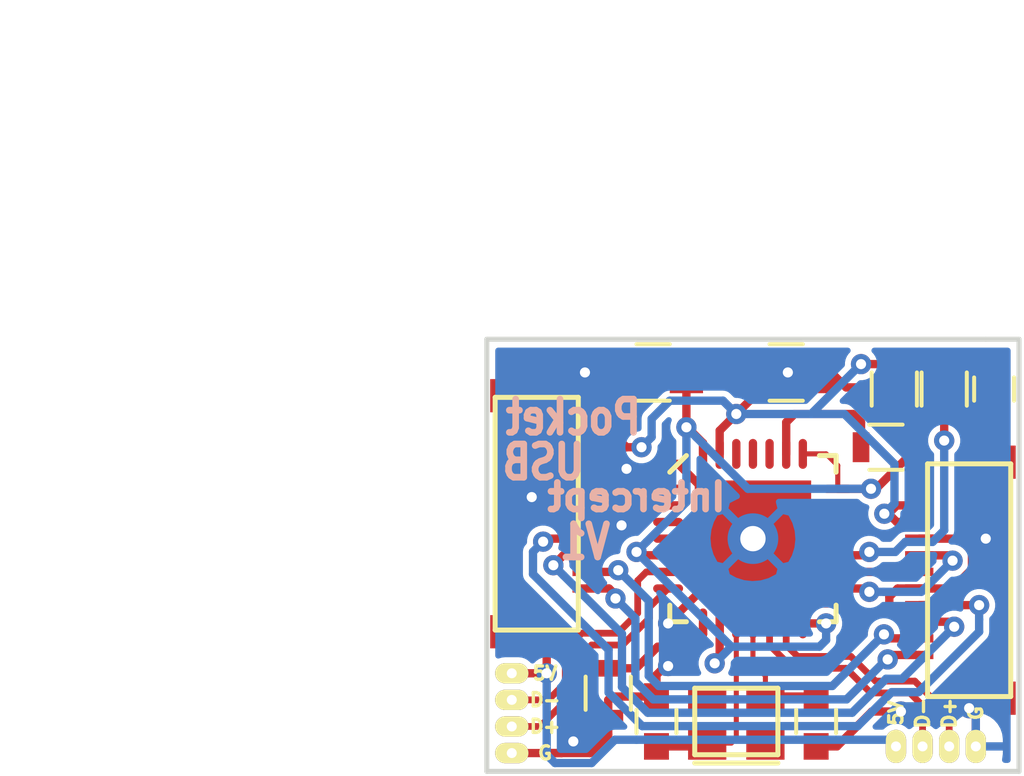
<source format=kicad_pcb>
(kicad_pcb (version 4) (host pcbnew 4.0.2-stable)

  (general
    (links 50)
    (no_connects 0)
    (area 127.000001 91.15 159.6774 115.4824)
    (thickness 0.6)
    (drawings 11)
    (tracks 308)
    (zones 0)
    (modules 15)
    (nets 29)
  )

  (page USLetter)
  (title_block
    (title "Pocket USB Intercept")
    (rev v1)
    (company Bluenaxela)
  )

  (layers
    (0 F.Cu signal)
    (31 B.Cu signal)
    (32 B.Adhes user)
    (33 F.Adhes user)
    (34 B.Paste user)
    (35 F.Paste user)
    (36 B.SilkS user)
    (37 F.SilkS user)
    (38 B.Mask user)
    (39 F.Mask user)
    (40 Dwgs.User user)
    (41 Cmts.User user)
    (42 Eco1.User user)
    (43 Eco2.User user)
    (44 Edge.Cuts user)
    (45 Margin user)
    (46 B.CrtYd user)
    (47 F.CrtYd user)
    (48 B.Fab user)
    (49 F.Fab user hide)
  )

  (setup
    (last_trace_width 0.1524)
    (user_trace_width 0.1524)
    (user_trace_width 0.2)
    (user_trace_width 0.2032)
    (user_trace_width 0.25)
    (user_trace_width 0.254)
    (user_trace_width 0.5)
    (trace_clearance 0.1524)
    (zone_clearance 0.1778)
    (zone_45_only no)
    (trace_min 0.1524)
    (segment_width 0.2)
    (edge_width 0.15)
    (via_size 0.6096)
    (via_drill 0.3048)
    (via_min_size 0.6096)
    (via_min_drill 0.3048)
    (uvia_size 0.6096)
    (uvia_drill 0.3048)
    (uvias_allowed no)
    (uvia_min_size 0.6096)
    (uvia_min_drill 0.3048)
    (pcb_text_width 0.3)
    (pcb_text_size 1.5 1.5)
    (mod_edge_width 0.15)
    (mod_text_size 1 1)
    (mod_text_width 0.15)
    (pad_size 1.524 1.524)
    (pad_drill 0.762)
    (pad_to_mask_clearance 0.2)
    (solder_mask_min_width 0.2)
    (aux_axis_origin 0 0)
    (visible_elements 7FFFFBFF)
    (pcbplotparams
      (layerselection 0x010f8_80000001)
      (usegerberextensions false)
      (excludeedgelayer true)
      (linewidth 0.100000)
      (plotframeref false)
      (viasonmask false)
      (mode 1)
      (useauxorigin false)
      (hpglpennumber 1)
      (hpglpenspeed 20)
      (hpglpendiameter 15)
      (hpglpenoverlay 2)
      (psnegative false)
      (psa4output false)
      (plotreference true)
      (plotvalue true)
      (plotinvisibletext false)
      (padsonsilk false)
      (subtractmaskfromsilk false)
      (outputformat 1)
      (mirror false)
      (drillshape 0)
      (scaleselection 1)
      (outputdirectory gerber/))
  )

  (net 0 "")
  (net 1 GND)
  (net 2 /VBUS)
  (net 3 /UPSTREAM_D-)
  (net 4 /UPSTREAM_D+)
  (net 5 /SPKR+)
  (net 6 /SPKR-)
  (net 7 /MIC1)
  (net 8 /MIC2)
  (net 9 /KEYBOARD_D-)
  (net 10 /KEYBOARD_D+)
  (net 11 "Net-(U1-Pad18)")
  (net 12 "Net-(U1-Pad19)")
  (net 13 "Net-(U1-Pad20)")
  (net 14 "Net-(U1-Pad24)")
  (net 15 "Net-(U1-Pad25)")
  (net 16 "Net-(U1-Pad26)")
  (net 17 /V33)
  (net 18 /XTAL_IN)
  (net 19 /XTAL_OUT)
  (net 20 /RESET)
  (net 21 /GANG)
  (net 22 /RREF)
  (net 23 "Net-(U1-Pad3)")
  (net 24 "Net-(U1-Pad4)")
  (net 25 /MOD1_D-)
  (net 26 /MOD1_D+)
  (net 27 /MOD2_D-)
  (net 28 /MOD2_D+)

  (net_class Default "This is the default net class."
    (clearance 0.1524)
    (trace_width 0.1524)
    (via_dia 0.6096)
    (via_drill 0.3048)
    (uvia_dia 0.6096)
    (uvia_drill 0.3048)
    (add_net /GANG)
    (add_net /KEYBOARD_D+)
    (add_net /KEYBOARD_D-)
    (add_net /MIC1)
    (add_net /MIC2)
    (add_net /MOD1_D+)
    (add_net /MOD1_D-)
    (add_net /MOD2_D+)
    (add_net /MOD2_D-)
    (add_net /RESET)
    (add_net /RREF)
    (add_net /SPKR+)
    (add_net /SPKR-)
    (add_net /UPSTREAM_D+)
    (add_net /UPSTREAM_D-)
    (add_net /V33)
    (add_net /VBUS)
    (add_net /XTAL_IN)
    (add_net /XTAL_OUT)
    (add_net GND)
    (add_net "Net-(U1-Pad18)")
    (add_net "Net-(U1-Pad19)")
    (add_net "Net-(U1-Pad20)")
    (add_net "Net-(U1-Pad24)")
    (add_net "Net-(U1-Pad25)")
    (add_net "Net-(U1-Pad26)")
    (add_net "Net-(U1-Pad3)")
    (add_net "Net-(U1-Pad4)")
  )

  (module uhub:QFN_28 (layer F.Cu) (tedit 598801EB) (tstamp 598428C4)
    (at 150 107)
    (path /598403D7)
    (fp_text reference U1 (at 0 -3.75) (layer F.SilkS) hide
      (effects (font (size 0.4 0.4) (thickness 0.1)))
    )
    (fp_text value CY7C65632-28 (at 0 3.75) (layer F.Fab) hide
      (effects (font (size 0.4 0.4) (thickness 0.1)))
    )
    (fp_line (start -2.5 -2) (end -2 -2.5) (layer F.SilkS) (width 0.15))
    (fp_line (start 2 -2.5) (end 2.5 -2.5) (layer F.SilkS) (width 0.15))
    (fp_line (start 2.5 -2.5) (end 2.5 -2) (layer F.SilkS) (width 0.15))
    (fp_line (start -2 2.5) (end -2.5 2.5) (layer F.SilkS) (width 0.15))
    (fp_line (start -2.5 2.5) (end -2.5 2) (layer F.SilkS) (width 0.15))
    (fp_line (start 2 2.5) (end 2.5 2.5) (layer F.SilkS) (width 0.15))
    (fp_line (start 2.5 2.5) (end 2.5 2) (layer F.SilkS) (width 0.15))
    (fp_line (start -3.2 -3.2) (end 3.2 -3.2) (layer F.CrtYd) (width 0.15))
    (fp_line (start 3.2 -3.2) (end 3.2 3.2) (layer F.CrtYd) (width 0.15))
    (fp_line (start 3.2 3.2) (end -3.2 3.2) (layer F.CrtYd) (width 0.15))
    (fp_line (start -3.2 3.2) (end -3.2 -3.2) (layer F.CrtYd) (width 0.15))
    (pad 1 smd oval (at -2.55 -1.5 90) (size 0.25 0.9) (layers F.Cu F.Paste F.Mask)
      (net 3 /UPSTREAM_D-))
    (pad 2 smd oval (at -2.55 -1 90) (size 0.25 0.9) (layers F.Cu F.Paste F.Mask)
      (net 4 /UPSTREAM_D+))
    (pad 3 smd oval (at -2.55 -0.5 90) (size 0.25 0.9) (layers F.Cu F.Paste F.Mask)
      (net 23 "Net-(U1-Pad3)"))
    (pad 4 smd oval (at -2.55 0 90) (size 0.25 0.9) (layers F.Cu F.Paste F.Mask)
      (net 24 "Net-(U1-Pad4)"))
    (pad 5 smd oval (at -2.55 0.5 90) (size 0.25 0.9) (layers F.Cu F.Paste F.Mask)
      (net 17 /V33))
    (pad 6 smd oval (at -2.55 1 90) (size 0.25 0.9) (layers F.Cu F.Paste F.Mask)
      (net 27 /MOD2_D-))
    (pad 7 smd oval (at -2.55 1.5 90) (size 0.25 0.9) (layers F.Cu F.Paste F.Mask)
      (net 28 /MOD2_D+))
    (pad 8 smd oval (at -1.5 2.55) (size 0.25 0.9) (layers F.Cu F.Paste F.Mask)
      (net 22 /RREF))
    (pad 9 smd oval (at -1 2.55) (size 0.25 0.9) (layers F.Cu F.Paste F.Mask)
      (net 17 /V33))
    (pad 10 smd oval (at -0.5 2.55) (size 0.25 0.9) (layers F.Cu F.Paste F.Mask)
      (net 18 /XTAL_IN))
    (pad 11 smd oval (at 0 2.55) (size 0.25 0.9) (layers F.Cu F.Paste F.Mask)
      (net 19 /XTAL_OUT))
    (pad 12 smd oval (at 0.5 2.55) (size 0.25 0.9) (layers F.Cu F.Paste F.Mask)
      (net 25 /MOD1_D-))
    (pad 13 smd oval (at 1 2.55) (size 0.25 0.9) (layers F.Cu F.Paste F.Mask)
      (net 26 /MOD1_D+))
    (pad 14 smd oval (at 1.5 2.55) (size 0.25 0.9) (layers F.Cu F.Paste F.Mask)
      (net 17 /V33))
    (pad 15 smd oval (at 2.55 1.5 90) (size 0.25 0.9) (layers F.Cu F.Paste F.Mask)
      (net 9 /KEYBOARD_D-))
    (pad 16 smd oval (at 2.55 1 90) (size 0.25 0.9) (layers F.Cu F.Paste F.Mask)
      (net 10 /KEYBOARD_D+))
    (pad 17 smd oval (at 2.55 0.5 90) (size 0.25 0.9) (layers F.Cu F.Paste F.Mask)
      (net 20 /RESET))
    (pad 18 smd oval (at 2.55 0 90) (size 0.25 0.9) (layers F.Cu F.Paste F.Mask)
      (net 11 "Net-(U1-Pad18)"))
    (pad 19 smd oval (at 2.55 -0.5 90) (size 0.25 0.9) (layers F.Cu F.Paste F.Mask)
      (net 12 "Net-(U1-Pad19)"))
    (pad 20 smd oval (at 2.55 -1 90) (size 0.25 0.9) (layers F.Cu F.Paste F.Mask)
      (net 13 "Net-(U1-Pad20)"))
    (pad 21 smd oval (at 2.55 -1.5 90) (size 0.25 0.9) (layers F.Cu F.Paste F.Mask)
      (net 17 /V33))
    (pad 22 smd oval (at 1.5 -2.55) (size 0.25 0.9) (layers F.Cu F.Paste F.Mask)
      (net 17 /V33))
    (pad 23 smd oval (at 1 -2.55) (size 0.25 0.9) (layers F.Cu F.Paste F.Mask)
      (net 21 /GANG))
    (pad 24 smd oval (at 0.5 -2.55) (size 0.25 0.9) (layers F.Cu F.Paste F.Mask)
      (net 14 "Net-(U1-Pad24)"))
    (pad 25 smd oval (at 0 -2.55) (size 0.25 0.9) (layers F.Cu F.Paste F.Mask)
      (net 15 "Net-(U1-Pad25)"))
    (pad 26 smd oval (at -0.5 -2.55) (size 0.25 0.9) (layers F.Cu F.Paste F.Mask)
      (net 16 "Net-(U1-Pad26)"))
    (pad 27 smd oval (at -1 -2.55) (size 0.25 0.9) (layers F.Cu F.Paste F.Mask)
      (net 2 /VBUS))
    (pad 28 smd oval (at -1.5 -2.55) (size 0.25 0.9) (layers F.Cu F.Paste F.Mask)
      (net 17 /V33))
    (pad PAD smd rect (at 0 0) (size 3.5 3.5) (layers F.Cu F.Paste F.Mask)
      (net 1 GND))
    (pad PAD thru_hole circle (at 0 0) (size 1.524 1.524) (drill 0.762) (layers *.Cu *.Mask)
      (net 1 GND))
  )

  (module uhub:FH19C-10S-0.5SH (layer F.Cu) (tedit 5987EE33) (tstamp 5984286F)
    (at 145 106.25 270)
    (path /59845503)
    (fp_text reference P1 (at 0 1 270) (layer F.SilkS) hide
      (effects (font (size 0.4 0.4) (thickness 0.1)))
    )
    (fp_text value CONN_01X10 (at 0 2 270) (layer F.Fab) hide
      (effects (font (size 0.4 0.4) (thickness 0.1)))
    )
    (fp_line (start -3.5 0.25) (end -3.5 2.75) (layer F.SilkS) (width 0.15))
    (fp_line (start -3.5 2.75) (end 3.5 2.75) (layer F.SilkS) (width 0.15))
    (fp_line (start 3.5 2.75) (end 3.5 0.25) (layer F.SilkS) (width 0.15))
    (fp_line (start -3.5 0.25) (end 3.5 0.25) (layer F.SilkS) (width 0.15))
    (pad 1 smd rect (at -2.25 0 270) (size 0.25 0.85) (layers F.Cu F.Paste F.Mask)
      (net 2 /VBUS))
    (pad 2 smd rect (at -1.75 0 270) (size 0.25 0.85) (layers F.Cu F.Paste F.Mask)
      (net 2 /VBUS))
    (pad 3 smd rect (at -1.25 0 270) (size 0.25 0.85) (layers F.Cu F.Paste F.Mask)
      (net 1 GND))
    (pad 4 smd rect (at -0.75 0 270) (size 0.25 0.85) (layers F.Cu F.Paste F.Mask)
      (net 3 /UPSTREAM_D-))
    (pad 5 smd rect (at -0.25 0 270) (size 0.25 0.85) (layers F.Cu F.Paste F.Mask)
      (net 4 /UPSTREAM_D+))
    (pad 6 smd rect (at 0.25 0 270) (size 0.25 0.85) (layers F.Cu F.Paste F.Mask)
      (net 1 GND))
    (pad 7 smd rect (at 0.75 0 270) (size 0.25 0.85) (layers F.Cu F.Paste F.Mask)
      (net 5 /SPKR+))
    (pad 8 smd rect (at 1.25 0 270) (size 0.25 0.85) (layers F.Cu F.Paste F.Mask)
      (net 6 /SPKR-))
    (pad 9 smd rect (at 1.75 0 270) (size 0.25 0.85) (layers F.Cu F.Paste F.Mask)
      (net 7 /MIC1))
    (pad 10 smd rect (at 2.25 0 270) (size 0.25 0.85) (layers F.Cu F.Paste F.Mask)
      (net 8 /MIC2))
    (pad 0 smd rect (at -3.55 2.5 270) (size 1 0.8) (layers F.Cu F.Paste F.Mask))
    (pad 0 smd rect (at 3.55 2.5 270) (size 1 0.8) (layers F.Cu F.Paste F.Mask))
  )

  (module uhub:ABM-XXX placed (layer F.Cu) (tedit 5984241C) (tstamp 598428CC)
    (at 149.5 112.5)
    (path /598407DB)
    (fp_text reference Y1 (at 0 -2.5 180) (layer F.SilkS) hide
      (effects (font (size 0.4 0.4) (thickness 0.1)))
    )
    (fp_text value 12MHz (at 0 -3.75) (layer F.Fab) hide
      (effects (font (size 0.4 0.4) (thickness 0.1)))
    )
    (fp_line (start -1.25 1.25) (end 1.25 1.25) (layer F.SilkS) (width 0.15))
    (fp_line (start 1.25 1) (end 1.25 -1) (layer F.SilkS) (width 0.15))
    (fp_line (start 1.25 -1) (end -1.25 -1) (layer F.SilkS) (width 0.15))
    (fp_line (start -1.25 -1) (end -1.25 0) (layer F.SilkS) (width 0.15))
    (fp_line (start -1.25 0) (end -1.25 1) (layer F.SilkS) (width 0.15))
    (fp_line (start -1.25 1) (end 1.25 1) (layer F.SilkS) (width 0.15))
    (pad NC smd rect (at -0.875 -0.65) (size 1.15 1) (layers F.Cu F.Paste F.Mask))
    (pad 1 smd rect (at -0.875 0.65) (size 1.15 1) (layers F.Cu F.Paste F.Mask)
      (net 18 /XTAL_IN))
    (pad 2 smd rect (at 0.875 -0.65) (size 1.15 1) (layers F.Cu F.Paste F.Mask)
      (net 19 /XTAL_OUT))
    (pad NC smd rect (at 0.875 0.65) (size 1.15 1) (layers F.Cu F.Paste F.Mask))
  )

  (module Capacitors_SMD:C_0805 (layer F.Cu) (tedit 5986512A) (tstamp 59864B3D)
    (at 151 102 180)
    (descr "Capacitor SMD 0805, reflow soldering, AVX (see smccp.pdf)")
    (tags "capacitor 0805")
    (path /5984376B)
    (attr smd)
    (fp_text reference C1 (at 0 -1.5 180) (layer F.SilkS) hide
      (effects (font (size 1 1) (thickness 0.15)))
    )
    (fp_text value 10u (at 0 1.75 180) (layer F.Fab) hide
      (effects (font (size 1 1) (thickness 0.15)))
    )
    (fp_text user %R (at 0 -1.5 180) (layer F.Fab) hide
      (effects (font (size 1 1) (thickness 0.15)))
    )
    (fp_line (start -1 0.62) (end -1 -0.62) (layer F.Fab) (width 0.1))
    (fp_line (start 1 0.62) (end -1 0.62) (layer F.Fab) (width 0.1))
    (fp_line (start 1 -0.62) (end 1 0.62) (layer F.Fab) (width 0.1))
    (fp_line (start -1 -0.62) (end 1 -0.62) (layer F.Fab) (width 0.1))
    (fp_line (start 0.5 -0.85) (end -0.5 -0.85) (layer F.SilkS) (width 0.12))
    (fp_line (start -0.5 0.85) (end 0.5 0.85) (layer F.SilkS) (width 0.12))
    (fp_line (start -1.75 -0.88) (end 1.75 -0.88) (layer F.CrtYd) (width 0.05))
    (fp_line (start -1.75 -0.88) (end -1.75 0.87) (layer F.CrtYd) (width 0.05))
    (fp_line (start 1.75 0.87) (end 1.75 -0.88) (layer F.CrtYd) (width 0.05))
    (fp_line (start 1.75 0.87) (end -1.75 0.87) (layer F.CrtYd) (width 0.05))
    (pad 1 smd rect (at -1 0 180) (size 1 1.25) (layers F.Cu F.Paste F.Mask)
      (net 1 GND))
    (pad 2 smd rect (at 1 0 180) (size 1 1.25) (layers F.Cu F.Paste F.Mask)
      (net 2 /VBUS))
    (model Capacitors_SMD.3dshapes/C_0805.wrl
      (at (xyz 0 0 0))
      (scale (xyz 1 1 1))
      (rotate (xyz 0 0 0))
    )
  )

  (module Capacitors_SMD:C_0805 (layer F.Cu) (tedit 59865124) (tstamp 59864B42)
    (at 147 102)
    (descr "Capacitor SMD 0805, reflow soldering, AVX (see smccp.pdf)")
    (tags "capacitor 0805")
    (path /59842D7E)
    (attr smd)
    (fp_text reference C2 (at 0 -1.5) (layer F.SilkS) hide
      (effects (font (size 1 1) (thickness 0.15)))
    )
    (fp_text value 10u (at 0 1.75) (layer F.Fab) hide
      (effects (font (size 1 1) (thickness 0.15)))
    )
    (fp_text user %R (at 0 -1.5) (layer F.Fab) hide
      (effects (font (size 1 1) (thickness 0.15)))
    )
    (fp_line (start -1 0.62) (end -1 -0.62) (layer F.Fab) (width 0.1))
    (fp_line (start 1 0.62) (end -1 0.62) (layer F.Fab) (width 0.1))
    (fp_line (start 1 -0.62) (end 1 0.62) (layer F.Fab) (width 0.1))
    (fp_line (start -1 -0.62) (end 1 -0.62) (layer F.Fab) (width 0.1))
    (fp_line (start 0.5 -0.85) (end -0.5 -0.85) (layer F.SilkS) (width 0.12))
    (fp_line (start -0.5 0.85) (end 0.5 0.85) (layer F.SilkS) (width 0.12))
    (fp_line (start -1.75 -0.88) (end 1.75 -0.88) (layer F.CrtYd) (width 0.05))
    (fp_line (start -1.75 -0.88) (end -1.75 0.87) (layer F.CrtYd) (width 0.05))
    (fp_line (start 1.75 0.87) (end 1.75 -0.88) (layer F.CrtYd) (width 0.05))
    (fp_line (start 1.75 0.87) (end -1.75 0.87) (layer F.CrtYd) (width 0.05))
    (pad 1 smd rect (at -1 0) (size 1 1.25) (layers F.Cu F.Paste F.Mask)
      (net 1 GND))
    (pad 2 smd rect (at 1 0) (size 1 1.25) (layers F.Cu F.Paste F.Mask)
      (net 17 /V33))
    (model Capacitors_SMD.3dshapes/C_0805.wrl
      (at (xyz 0 0 0))
      (scale (xyz 1 1 1))
      (rotate (xyz 0 0 0))
    )
  )

  (module Capacitors_SMD:C_0603 (layer F.Cu) (tedit 59864B4D) (tstamp 59864B65)
    (at 147.1 112.5 90)
    (descr "Capacitor SMD 0603, reflow soldering, AVX (see smccp.pdf)")
    (tags "capacitor 0603")
    (path /59840F44)
    (attr smd)
    (fp_text reference C3 (at 0 -1.5 90) (layer F.SilkS) hide
      (effects (font (size 1 1) (thickness 0.15)))
    )
    (fp_text value 7pF (at 0 1.5 90) (layer F.Fab) hide
      (effects (font (size 1 1) (thickness 0.15)))
    )
    (fp_text user %R (at 0 -1.5 90) (layer F.Fab) hide
      (effects (font (size 1 1) (thickness 0.15)))
    )
    (fp_line (start -0.8 0.4) (end -0.8 -0.4) (layer F.Fab) (width 0.1))
    (fp_line (start 0.8 0.4) (end -0.8 0.4) (layer F.Fab) (width 0.1))
    (fp_line (start 0.8 -0.4) (end 0.8 0.4) (layer F.Fab) (width 0.1))
    (fp_line (start -0.8 -0.4) (end 0.8 -0.4) (layer F.Fab) (width 0.1))
    (fp_line (start -0.35 -0.6) (end 0.35 -0.6) (layer F.SilkS) (width 0.12))
    (fp_line (start 0.35 0.6) (end -0.35 0.6) (layer F.SilkS) (width 0.12))
    (fp_line (start -1.4 -0.65) (end 1.4 -0.65) (layer F.CrtYd) (width 0.05))
    (fp_line (start -1.4 -0.65) (end -1.4 0.65) (layer F.CrtYd) (width 0.05))
    (fp_line (start 1.4 0.65) (end 1.4 -0.65) (layer F.CrtYd) (width 0.05))
    (fp_line (start 1.4 0.65) (end -1.4 0.65) (layer F.CrtYd) (width 0.05))
    (pad 1 smd rect (at -0.75 0 90) (size 0.8 0.75) (layers F.Cu F.Paste F.Mask)
      (net 18 /XTAL_IN))
    (pad 2 smd rect (at 0.75 0 90) (size 0.8 0.75) (layers F.Cu F.Paste F.Mask)
      (net 1 GND))
    (model Capacitors_SMD.3dshapes/C_0603.wrl
      (at (xyz 0 0 0))
      (scale (xyz 1 1 1))
      (rotate (xyz 0 0 0))
    )
  )

  (module Capacitors_SMD:C_0603 (layer F.Cu) (tedit 59864B3A) (tstamp 59864B6A)
    (at 151.9 112.5 270)
    (descr "Capacitor SMD 0603, reflow soldering, AVX (see smccp.pdf)")
    (tags "capacitor 0603")
    (path /59840DE8)
    (attr smd)
    (fp_text reference C4 (at 0 -1.5 270) (layer F.SilkS) hide
      (effects (font (size 1 1) (thickness 0.15)))
    )
    (fp_text value 7pF (at 0 1.5 270) (layer F.Fab) hide
      (effects (font (size 1 1) (thickness 0.15)))
    )
    (fp_text user %R (at 0 -1.5 270) (layer F.Fab) hide
      (effects (font (size 1 1) (thickness 0.15)))
    )
    (fp_line (start -0.8 0.4) (end -0.8 -0.4) (layer F.Fab) (width 0.1))
    (fp_line (start 0.8 0.4) (end -0.8 0.4) (layer F.Fab) (width 0.1))
    (fp_line (start 0.8 -0.4) (end 0.8 0.4) (layer F.Fab) (width 0.1))
    (fp_line (start -0.8 -0.4) (end 0.8 -0.4) (layer F.Fab) (width 0.1))
    (fp_line (start -0.35 -0.6) (end 0.35 -0.6) (layer F.SilkS) (width 0.12))
    (fp_line (start 0.35 0.6) (end -0.35 0.6) (layer F.SilkS) (width 0.12))
    (fp_line (start -1.4 -0.65) (end 1.4 -0.65) (layer F.CrtYd) (width 0.05))
    (fp_line (start -1.4 -0.65) (end -1.4 0.65) (layer F.CrtYd) (width 0.05))
    (fp_line (start 1.4 0.65) (end 1.4 -0.65) (layer F.CrtYd) (width 0.05))
    (fp_line (start 1.4 0.65) (end -1.4 0.65) (layer F.CrtYd) (width 0.05))
    (pad 1 smd rect (at -0.75 0 270) (size 0.8 0.75) (layers F.Cu F.Paste F.Mask)
      (net 19 /XTAL_OUT))
    (pad 2 smd rect (at 0.75 0 270) (size 0.8 0.75) (layers F.Cu F.Paste F.Mask)
      (net 1 GND))
    (model Capacitors_SMD.3dshapes/C_0603.wrl
      (at (xyz 0 0 0))
      (scale (xyz 1 1 1))
      (rotate (xyz 0 0 0))
    )
  )

  (module Capacitors_SMD:C_0603 (layer F.Cu) (tedit 59864F9A) (tstamp 59864B6F)
    (at 157.25 102.5 90)
    (descr "Capacitor SMD 0603, reflow soldering, AVX (see smccp.pdf)")
    (tags "capacitor 0603")
    (path /59841DC5)
    (attr smd)
    (fp_text reference C5 (at 0 -1.5 90) (layer F.SilkS) hide
      (effects (font (size 1 1) (thickness 0.15)))
    )
    (fp_text value 1uF (at 0 1.5 90) (layer F.Fab) hide
      (effects (font (size 1 1) (thickness 0.15)))
    )
    (fp_text user %R (at 0 -1.5 90) (layer F.Fab) hide
      (effects (font (size 1 1) (thickness 0.15)))
    )
    (fp_line (start -0.8 0.4) (end -0.8 -0.4) (layer F.Fab) (width 0.1))
    (fp_line (start 0.8 0.4) (end -0.8 0.4) (layer F.Fab) (width 0.1))
    (fp_line (start 0.8 -0.4) (end 0.8 0.4) (layer F.Fab) (width 0.1))
    (fp_line (start -0.8 -0.4) (end 0.8 -0.4) (layer F.Fab) (width 0.1))
    (fp_line (start -0.35 -0.6) (end 0.35 -0.6) (layer F.SilkS) (width 0.12))
    (fp_line (start 0.35 0.6) (end -0.35 0.6) (layer F.SilkS) (width 0.12))
    (fp_line (start -1.4 -0.65) (end 1.4 -0.65) (layer F.CrtYd) (width 0.05))
    (fp_line (start -1.4 -0.65) (end -1.4 0.65) (layer F.CrtYd) (width 0.05))
    (fp_line (start 1.4 0.65) (end 1.4 -0.65) (layer F.CrtYd) (width 0.05))
    (fp_line (start 1.4 0.65) (end -1.4 0.65) (layer F.CrtYd) (width 0.05))
    (pad 1 smd rect (at -0.75 0 90) (size 0.8 0.75) (layers F.Cu F.Paste F.Mask)
      (net 20 /RESET))
    (pad 2 smd rect (at 0.75 0 90) (size 0.8 0.75) (layers F.Cu F.Paste F.Mask)
      (net 1 GND))
    (model Capacitors_SMD.3dshapes/C_0603.wrl
      (at (xyz 0 0 0))
      (scale (xyz 1 1 1))
      (rotate (xyz 0 0 0))
    )
  )

  (module Resistors_SMD:R_0603 (layer F.Cu) (tedit 59864F68) (tstamp 59864B83)
    (at 154.25 102.5 90)
    (descr "Resistor SMD 0603, reflow soldering, Vishay (see dcrcw.pdf)")
    (tags "resistor 0603")
    (path /59841A2A)
    (attr smd)
    (fp_text reference R1 (at 0 -1.45 90) (layer F.SilkS) hide
      (effects (font (size 1 1) (thickness 0.15)))
    )
    (fp_text value 10k (at 0 1.5 90) (layer F.Fab) hide
      (effects (font (size 1 1) (thickness 0.15)))
    )
    (fp_text user %R (at 0 0 90) (layer F.Fab)
      (effects (font (size 0.4 0.4) (thickness 0.075)))
    )
    (fp_line (start -0.8 0.4) (end -0.8 -0.4) (layer F.Fab) (width 0.1))
    (fp_line (start 0.8 0.4) (end -0.8 0.4) (layer F.Fab) (width 0.1))
    (fp_line (start 0.8 -0.4) (end 0.8 0.4) (layer F.Fab) (width 0.1))
    (fp_line (start -0.8 -0.4) (end 0.8 -0.4) (layer F.Fab) (width 0.1))
    (fp_line (start 0.5 0.68) (end -0.5 0.68) (layer F.SilkS) (width 0.12))
    (fp_line (start -0.5 -0.68) (end 0.5 -0.68) (layer F.SilkS) (width 0.12))
    (fp_line (start -1.25 -0.7) (end 1.25 -0.7) (layer F.CrtYd) (width 0.05))
    (fp_line (start -1.25 -0.7) (end -1.25 0.7) (layer F.CrtYd) (width 0.05))
    (fp_line (start 1.25 0.7) (end 1.25 -0.7) (layer F.CrtYd) (width 0.05))
    (fp_line (start 1.25 0.7) (end -1.25 0.7) (layer F.CrtYd) (width 0.05))
    (pad 1 smd rect (at -0.75 0 90) (size 0.5 0.9) (layers F.Cu F.Paste F.Mask)
      (net 20 /RESET))
    (pad 2 smd rect (at 0.75 0 90) (size 0.5 0.9) (layers F.Cu F.Paste F.Mask)
      (net 2 /VBUS))
    (model ${KISYS3DMOD}/Resistors_SMD.3dshapes/R_0603.wrl
      (at (xyz 0 0 0))
      (scale (xyz 1 1 1))
      (rotate (xyz 0 0 0))
    )
  )

  (module Resistors_SMD:R_0603 (layer F.Cu) (tedit 59864F4A) (tstamp 59864B88)
    (at 155.75 102.5 270)
    (descr "Resistor SMD 0603, reflow soldering, Vishay (see dcrcw.pdf)")
    (tags "resistor 0603")
    (path /59841A8A)
    (attr smd)
    (fp_text reference R2 (at 0 -1.45 270) (layer F.SilkS) hide
      (effects (font (size 1 1) (thickness 0.15)))
    )
    (fp_text value 47k (at 0 1.5 270) (layer F.Fab) hide
      (effects (font (size 1 1) (thickness 0.15)))
    )
    (fp_text user %R (at 0 0 270) (layer F.Fab)
      (effects (font (size 0.4 0.4) (thickness 0.075)))
    )
    (fp_line (start -0.8 0.4) (end -0.8 -0.4) (layer F.Fab) (width 0.1))
    (fp_line (start 0.8 0.4) (end -0.8 0.4) (layer F.Fab) (width 0.1))
    (fp_line (start 0.8 -0.4) (end 0.8 0.4) (layer F.Fab) (width 0.1))
    (fp_line (start -0.8 -0.4) (end 0.8 -0.4) (layer F.Fab) (width 0.1))
    (fp_line (start 0.5 0.68) (end -0.5 0.68) (layer F.SilkS) (width 0.12))
    (fp_line (start -0.5 -0.68) (end 0.5 -0.68) (layer F.SilkS) (width 0.12))
    (fp_line (start -1.25 -0.7) (end 1.25 -0.7) (layer F.CrtYd) (width 0.05))
    (fp_line (start -1.25 -0.7) (end -1.25 0.7) (layer F.CrtYd) (width 0.05))
    (fp_line (start 1.25 0.7) (end 1.25 -0.7) (layer F.CrtYd) (width 0.05))
    (fp_line (start 1.25 0.7) (end -1.25 0.7) (layer F.CrtYd) (width 0.05))
    (pad 1 smd rect (at -0.75 0 270) (size 0.5 0.9) (layers F.Cu F.Paste F.Mask)
      (net 1 GND))
    (pad 2 smd rect (at 0.75 0 270) (size 0.5 0.9) (layers F.Cu F.Paste F.Mask)
      (net 20 /RESET))
    (model ${KISYS3DMOD}/Resistors_SMD.3dshapes/R_0603.wrl
      (at (xyz 0 0 0))
      (scale (xyz 1 1 1))
      (rotate (xyz 0 0 0))
    )
  )

  (module Resistors_SMD:R_0603 (layer F.Cu) (tedit 59865271) (tstamp 59864B92)
    (at 154 104.25)
    (descr "Resistor SMD 0603, reflow soldering, Vishay (see dcrcw.pdf)")
    (tags "resistor 0603")
    (path /59841FF6)
    (attr smd)
    (fp_text reference R3 (at 0 -1.45) (layer F.SilkS) hide
      (effects (font (size 1 1) (thickness 0.15)))
    )
    (fp_text value 10k (at 0 1.5) (layer F.Fab) hide
      (effects (font (size 1 1) (thickness 0.15)))
    )
    (fp_text user %R (at 0 0) (layer F.Fab)
      (effects (font (size 0.4 0.4) (thickness 0.075)))
    )
    (fp_line (start -0.8 0.4) (end -0.8 -0.4) (layer F.Fab) (width 0.1))
    (fp_line (start 0.8 0.4) (end -0.8 0.4) (layer F.Fab) (width 0.1))
    (fp_line (start 0.8 -0.4) (end 0.8 0.4) (layer F.Fab) (width 0.1))
    (fp_line (start -0.8 -0.4) (end 0.8 -0.4) (layer F.Fab) (width 0.1))
    (fp_line (start 0.5 0.68) (end -0.5 0.68) (layer F.SilkS) (width 0.12))
    (fp_line (start -0.5 -0.68) (end 0.5 -0.68) (layer F.SilkS) (width 0.12))
    (fp_line (start -1.25 -0.7) (end 1.25 -0.7) (layer F.CrtYd) (width 0.05))
    (fp_line (start -1.25 -0.7) (end -1.25 0.7) (layer F.CrtYd) (width 0.05))
    (fp_line (start 1.25 0.7) (end 1.25 -0.7) (layer F.CrtYd) (width 0.05))
    (fp_line (start 1.25 0.7) (end -1.25 0.7) (layer F.CrtYd) (width 0.05))
    (pad 1 smd rect (at -0.75 0) (size 0.5 0.9) (layers F.Cu F.Paste F.Mask)
      (net 21 /GANG))
    (pad 2 smd rect (at 0.75 0) (size 0.5 0.9) (layers F.Cu F.Paste F.Mask)
      (net 17 /V33))
    (model ${KISYS3DMOD}/Resistors_SMD.3dshapes/R_0603.wrl
      (at (xyz 0 0 0))
      (scale (xyz 1 1 1))
      (rotate (xyz 0 0 0))
    )
  )

  (module Resistors_SMD:R_0603 (layer F.Cu) (tedit 59864B78) (tstamp 59864B9C)
    (at 145.65 111.65 90)
    (descr "Resistor SMD 0603, reflow soldering, Vishay (see dcrcw.pdf)")
    (tags "resistor 0603")
    (path /59840507)
    (attr smd)
    (fp_text reference R4 (at 0 -1.45 90) (layer F.SilkS) hide
      (effects (font (size 1 1) (thickness 0.15)))
    )
    (fp_text value 649 (at 0 1.5 90) (layer F.Fab) hide
      (effects (font (size 1 1) (thickness 0.15)))
    )
    (fp_text user %R (at 0 0 90) (layer F.Fab)
      (effects (font (size 0.4 0.4) (thickness 0.075)))
    )
    (fp_line (start -0.8 0.4) (end -0.8 -0.4) (layer F.Fab) (width 0.1))
    (fp_line (start 0.8 0.4) (end -0.8 0.4) (layer F.Fab) (width 0.1))
    (fp_line (start 0.8 -0.4) (end 0.8 0.4) (layer F.Fab) (width 0.1))
    (fp_line (start -0.8 -0.4) (end 0.8 -0.4) (layer F.Fab) (width 0.1))
    (fp_line (start 0.5 0.68) (end -0.5 0.68) (layer F.SilkS) (width 0.12))
    (fp_line (start -0.5 -0.68) (end 0.5 -0.68) (layer F.SilkS) (width 0.12))
    (fp_line (start -1.25 -0.7) (end 1.25 -0.7) (layer F.CrtYd) (width 0.05))
    (fp_line (start -1.25 -0.7) (end -1.25 0.7) (layer F.CrtYd) (width 0.05))
    (fp_line (start 1.25 0.7) (end 1.25 -0.7) (layer F.CrtYd) (width 0.05))
    (fp_line (start 1.25 0.7) (end -1.25 0.7) (layer F.CrtYd) (width 0.05))
    (pad 1 smd rect (at -0.75 0 90) (size 0.5 0.9) (layers F.Cu F.Paste F.Mask)
      (net 1 GND))
    (pad 2 smd rect (at 0.75 0 90) (size 0.5 0.9) (layers F.Cu F.Paste F.Mask)
      (net 22 /RREF))
    (model ${KISYS3DMOD}/Resistors_SMD.3dshapes/R_0603.wrl
      (at (xyz 0 0 0))
      (scale (xyz 1 1 1))
      (rotate (xyz 0 0 0))
    )
  )

  (module uhub:CONN-4-USB-TINY (layer F.Cu) (tedit 5987F18F) (tstamp 5987F160)
    (at 155.5 113.25)
    (path /59847FA8)
    (fp_text reference P3 (at 0 1) (layer F.SilkS) hide
      (effects (font (size 0.4 0.4) (thickness 0.1)))
    )
    (fp_text value CONN_01X04 (at 0 1.75) (layer F.Fab) hide
      (effects (font (size 0.4 0.4) (thickness 0.1)))
    )
    (fp_text user G (at 1.2 -1 90) (layer F.SilkS)
      (effects (font (size 0.4 0.4) (thickness 0.1)))
    )
    (fp_text user D+ (at 0.4 -1 90) (layer F.SilkS)
      (effects (font (size 0.4 0.4) (thickness 0.1)))
    )
    (fp_text user D- (at -0.4 -1 90) (layer F.SilkS)
      (effects (font (size 0.4 0.4) (thickness 0.1)))
    )
    (fp_text user 5V (at -1.2 -1 90) (layer F.SilkS)
      (effects (font (size 0.4 0.4) (thickness 0.1)))
    )
    (pad 1 thru_hole oval (at -1.2 0) (size 0.6096 1) (drill 0.3) (layers *.Cu *.Mask F.SilkS)
      (net 2 /VBUS))
    (pad 2 thru_hole oval (at -0.4 0) (size 0.6096 1) (drill 0.3) (layers *.Cu *.Mask F.SilkS)
      (net 25 /MOD1_D-))
    (pad 3 thru_hole oval (at 0.4 0) (size 0.6096 1) (drill 0.3) (layers *.Cu *.Mask F.SilkS)
      (net 26 /MOD1_D+))
    (pad 4 thru_hole oval (at 1.2 0) (size 0.6096 1) (drill 0.3) (layers *.Cu *.Mask F.SilkS)
      (net 1 GND))
  )

  (module uhub:CONN-4-USB-TINY (layer F.Cu) (tedit 5987F18F) (tstamp 5987F16C)
    (at 142.75 112.25 270)
    (path /59880177)
    (fp_text reference P4 (at 0 1 270) (layer F.SilkS) hide
      (effects (font (size 0.4 0.4) (thickness 0.1)))
    )
    (fp_text value CONN_01X04 (at 0 1.75 270) (layer F.Fab) hide
      (effects (font (size 0.4 0.4) (thickness 0.1)))
    )
    (fp_text user G (at 1.2 -1 360) (layer F.SilkS)
      (effects (font (size 0.4 0.4) (thickness 0.1)))
    )
    (fp_text user D+ (at 0.4 -1 360) (layer F.SilkS)
      (effects (font (size 0.4 0.4) (thickness 0.1)))
    )
    (fp_text user D- (at -0.4 -1 360) (layer F.SilkS)
      (effects (font (size 0.4 0.4) (thickness 0.1)))
    )
    (fp_text user 5V (at -1.2 -1 360) (layer F.SilkS)
      (effects (font (size 0.4 0.4) (thickness 0.1)))
    )
    (pad 1 thru_hole oval (at -1.2 0 270) (size 0.6096 1) (drill 0.3) (layers *.Cu *.Mask F.SilkS)
      (net 2 /VBUS))
    (pad 2 thru_hole oval (at -0.4 0 270) (size 0.6096 1) (drill 0.3) (layers *.Cu *.Mask F.SilkS)
      (net 27 /MOD2_D-))
    (pad 3 thru_hole oval (at 0.4 0 270) (size 0.6096 1) (drill 0.3) (layers *.Cu *.Mask F.SilkS)
      (net 28 /MOD2_D+))
    (pad 4 thru_hole oval (at 1.2 0 270) (size 0.6096 1) (drill 0.3) (layers *.Cu *.Mask F.SilkS)
      (net 1 GND))
  )

  (module uhub:FH19C-10S-0.5SH_REV (layer F.Cu) (tedit 5987EE08) (tstamp 59864B74)
    (at 155 108.25 90)
    (path /59846AA1)
    (fp_text reference P2 (at 0 1 90) (layer F.SilkS) hide
      (effects (font (size 0.4 0.4) (thickness 0.1)))
    )
    (fp_text value CONN_01X10 (at 0 2 90) (layer F.Fab) hide
      (effects (font (size 0.4 0.4) (thickness 0.1)))
    )
    (fp_line (start -3.5 0.25) (end -3.5 2.75) (layer F.SilkS) (width 0.15))
    (fp_line (start -3.5 2.75) (end 3.5 2.75) (layer F.SilkS) (width 0.15))
    (fp_line (start 3.5 2.75) (end 3.5 0.25) (layer F.SilkS) (width 0.15))
    (fp_line (start -3.5 0.25) (end 3.5 0.25) (layer F.SilkS) (width 0.15))
    (pad 10 smd rect (at -2.25 0 90) (size 0.25 0.85) (layers F.Cu F.Paste F.Mask)
      (net 8 /MIC2))
    (pad 9 smd rect (at -1.75 0 90) (size 0.25 0.85) (layers F.Cu F.Paste F.Mask)
      (net 7 /MIC1))
    (pad 8 smd rect (at -1.25 0 90) (size 0.25 0.85) (layers F.Cu F.Paste F.Mask)
      (net 6 /SPKR-))
    (pad 7 smd rect (at -0.75 0 90) (size 0.25 0.85) (layers F.Cu F.Paste F.Mask)
      (net 5 /SPKR+))
    (pad 6 smd rect (at -0.25 0 90) (size 0.25 0.85) (layers F.Cu F.Paste F.Mask)
      (net 1 GND))
    (pad 5 smd rect (at 0.25 0 90) (size 0.25 0.85) (layers F.Cu F.Paste F.Mask)
      (net 10 /KEYBOARD_D+))
    (pad 4 smd rect (at 0.75 0 90) (size 0.25 0.85) (layers F.Cu F.Paste F.Mask)
      (net 9 /KEYBOARD_D-))
    (pad 3 smd rect (at 1.25 0 90) (size 0.25 0.85) (layers F.Cu F.Paste F.Mask)
      (net 1 GND))
    (pad 2 smd rect (at 1.75 0 90) (size 0.25 0.85) (layers F.Cu F.Paste F.Mask)
      (net 2 /VBUS))
    (pad 1 smd rect (at 2.25 0 90) (size 0.25 0.85) (layers F.Cu F.Paste F.Mask)
      (net 2 /VBUS))
    (pad 0 smd rect (at -3.55 2.5 90) (size 1 0.8) (layers F.Cu F.Paste F.Mask))
    (pad 0 smd rect (at 3.55 2.5 90) (size 1 0.8) (layers F.Cu F.Paste F.Mask))
  )

  (dimension 16 (width 0.3) (layer Cmts.User)
    (gr_text "16.000 mm" (at 150 92.65) (layer Cmts.User)
      (effects (font (size 1.5 1.5) (thickness 0.3)))
    )
    (feature1 (pts (xy 158 97) (xy 158 91.3)))
    (feature2 (pts (xy 142 97) (xy 142 91.3)))
    (crossbar (pts (xy 142 94) (xy 158 94)))
    (arrow1a (pts (xy 158 94) (xy 156.873496 94.586421)))
    (arrow1b (pts (xy 158 94) (xy 156.873496 93.413579)))
    (arrow2a (pts (xy 142 94) (xy 143.126504 94.586421)))
    (arrow2b (pts (xy 142 94) (xy 143.126504 93.413579)))
  )
  (gr_text V1 (at 144.95 107.1) (layer B.SilkS)
    (effects (font (size 1 0.8) (thickness 0.2)) (justify mirror))
  )
  (gr_text Intercept (at 146.5 105.75) (layer B.SilkS)
    (effects (font (size 0.8 0.8) (thickness 0.2)) (justify mirror))
  )
  (gr_text USB (at 143.7 104.7) (layer B.SilkS)
    (effects (font (size 1 0.8) (thickness 0.2)) (justify mirror))
  )
  (gr_text Pocket (at 144.6 103.35) (layer B.SilkS)
    (effects (font (size 1 0.8) (thickness 0.2)) (justify mirror))
  )
  (gr_line (start 158 101) (end 157 101) (angle 90) (layer Edge.Cuts) (width 0.15))
  (gr_line (start 158 114) (end 158 101) (angle 90) (layer Edge.Cuts) (width 0.15))
  (gr_line (start 142 114) (end 158 114) (angle 90) (layer Edge.Cuts) (width 0.15))
  (gr_line (start 142 101) (end 157 101) (angle 90) (layer Edge.Cuts) (width 0.15))
  (gr_line (start 142 114) (end 142 101) (angle 90) (layer Edge.Cuts) (width 0.15))
  (dimension 13 (width 0.3) (layer Cmts.User)
    (gr_text "13.000 mm" (at 133.65 107.5 270) (layer Cmts.User)
      (effects (font (size 1.5 1.5) (thickness 0.3)))
    )
    (feature1 (pts (xy 140 114) (xy 132.3 114)))
    (feature2 (pts (xy 140 101) (xy 132.3 101)))
    (crossbar (pts (xy 135 101) (xy 135 114)))
    (arrow1a (pts (xy 135 114) (xy 134.413579 112.873496)))
    (arrow1b (pts (xy 135 114) (xy 135.586421 112.873496)))
    (arrow2a (pts (xy 135 101) (xy 134.413579 102.126504)))
    (arrow2b (pts (xy 135 101) (xy 135.586421 102.126504)))
  )

  (segment (start 155 108.5) (end 154.35 108.5) (width 0.25) (layer F.Cu) (net 1))
  (segment (start 154.35 108.5) (end 154.1 108.75) (width 0.25) (layer F.Cu) (net 1))
  (segment (start 154.1 108.75) (end 154.1 109.05) (width 0.25) (layer F.Cu) (net 1))
  (segment (start 154.1 109.05) (end 153.9 109.25) (width 0.25) (layer F.Cu) (net 1))
  (segment (start 153.9 109.25) (end 152.9 109.25) (width 0.25) (layer F.Cu) (net 1))
  (segment (start 152.9 109.25) (end 152.6 108.95) (width 0.25) (layer F.Cu) (net 1))
  (segment (start 152.6 108.95) (end 151.95 108.95) (width 0.25) (layer F.Cu) (net 1))
  (segment (start 151.95 108.95) (end 150 107) (width 0.25) (layer F.Cu) (net 1))
  (segment (start 147.35 104.75) (end 147.2 104.9) (width 0.25) (layer F.Cu) (net 1))
  (segment (start 147.2 104.9) (end 146.2 104.9) (width 0.25) (layer F.Cu) (net 1))
  (segment (start 147.75 104.75) (end 147.35 104.75) (width 0.25) (layer F.Cu) (net 1))
  (segment (start 150 107) (end 147.75 104.75) (width 0.25) (layer F.Cu) (net 1))
  (segment (start 143.35 105.75) (end 142.45 106.65) (width 0.25) (layer B.Cu) (net 1))
  (segment (start 142.45 106.65) (end 142.45 108.25) (width 0.25) (layer B.Cu) (net 1))
  (segment (start 142.45 108.25) (end 144.600004 110.400004) (width 0.25) (layer B.Cu) (net 1))
  (segment (start 144.600004 110.400004) (end 144.600004 112.668948) (width 0.25) (layer B.Cu) (net 1))
  (segment (start 144.600004 112.668948) (end 144.600004 113.1) (width 0.25) (layer B.Cu) (net 1))
  (segment (start 144.295205 113.404799) (end 144.600004 113.1) (width 0.25) (layer F.Cu) (net 1))
  (segment (start 144.250004 113.45) (end 144.295205 113.404799) (width 0.25) (layer F.Cu) (net 1))
  (segment (start 143.7 113.45) (end 144.250004 113.45) (width 0.25) (layer F.Cu) (net 1))
  (via (at 144.600004 113.1) (size 0.6096) (drill 0.3048) (layers F.Cu B.Cu) (net 1))
  (segment (start 144 106.25) (end 144 105.75) (width 0.25) (layer F.Cu) (net 1))
  (segment (start 143.35 105.75) (end 144 105.75) (width 0.25) (layer F.Cu) (net 1))
  (segment (start 144 105.75) (end 144 105.25) (width 0.25) (layer F.Cu) (net 1))
  (via (at 143.35 105.75) (size 0.6096) (drill 0.3048) (layers F.Cu B.Cu) (net 1))
  (segment (start 143.7 113.45) (end 145.1 113.45) (width 0.25) (layer F.Cu) (net 1))
  (segment (start 142.75 113.45) (end 143.7 113.45) (width 0.25) (layer F.Cu) (net 1))
  (segment (start 154.45 112.2) (end 156.4 112.2) (width 0.25) (layer B.Cu) (net 1))
  (segment (start 156.4 112.2) (end 156.5 112.1) (width 0.25) (layer B.Cu) (net 1))
  (segment (start 153.575 112.2) (end 154.45 112.2) (width 0.25) (layer F.Cu) (net 1))
  (via (at 154.45 112.2) (size 0.6096) (drill 0.3048) (layers F.Cu B.Cu) (net 1))
  (segment (start 151.9 113.25) (end 152.525 113.25) (width 0.25) (layer F.Cu) (net 1))
  (segment (start 152.525 113.25) (end 153.575 112.2) (width 0.25) (layer F.Cu) (net 1))
  (segment (start 147.36778 110.83222) (end 147.45 110.83222) (width 0.25) (layer F.Cu) (net 1))
  (segment (start 147.1 111.1) (end 147.36778 110.83222) (width 0.25) (layer F.Cu) (net 1))
  (segment (start 147.1 111.75) (end 147.1 111.1) (width 0.25) (layer F.Cu) (net 1))
  (segment (start 147.45 109.550002) (end 147.45 110.83222) (width 0.25) (layer B.Cu) (net 1))
  (via (at 147.45 110.83222) (size 0.6096) (drill 0.3048) (layers F.Cu B.Cu) (net 1))
  (via (at 147.45 109.550002) (size 0.6096) (drill 0.3048) (layers F.Cu B.Cu) (net 1))
  (segment (start 150 107) (end 147.754799 109.245203) (width 0.25) (layer F.Cu) (net 1))
  (segment (start 147.754799 109.245203) (end 147.45 109.550002) (width 0.25) (layer F.Cu) (net 1))
  (segment (start 157 107) (end 156.201595 107) (width 0.25) (layer F.Cu) (net 1))
  (segment (start 157.45 110.05) (end 157.45 107.45) (width 0.25) (layer B.Cu) (net 1))
  (segment (start 157.45 107.45) (end 157 107) (width 0.25) (layer B.Cu) (net 1))
  (via (at 157 107) (size 0.6096) (drill 0.3048) (layers F.Cu B.Cu) (net 1))
  (segment (start 156.5 111) (end 157.45 110.05) (width 0.25) (layer B.Cu) (net 1))
  (segment (start 156.5 112.1) (end 156.5 111) (width 0.25) (layer B.Cu) (net 1))
  (segment (start 156.7 112.1) (end 156.7 110.8) (width 0.25) (layer F.Cu) (net 1))
  (segment (start 156.7 113.25) (end 156.7 112.1) (width 0.25) (layer F.Cu) (net 1))
  (segment (start 156.7 112.1) (end 156.5 112.1) (width 0.25) (layer F.Cu) (net 1))
  (via (at 156.5 112.1) (size 0.6096) (drill 0.3048) (layers F.Cu B.Cu) (net 1))
  (segment (start 157.45 110.05) (end 157.45 108.781652) (width 0.25) (layer F.Cu) (net 1))
  (segment (start 157.45 108.781652) (end 156.584174 107.915826) (width 0.25) (layer F.Cu) (net 1))
  (segment (start 156.7 110.8) (end 157.45 110.05) (width 0.25) (layer F.Cu) (net 1))
  (segment (start 146.2 104.9) (end 144.95 103.65) (width 0.25) (layer B.Cu) (net 1))
  (segment (start 144.95 103.65) (end 144.95 102) (width 0.25) (layer B.Cu) (net 1))
  (segment (start 146.2 104.9) (end 146.1 105) (width 0.25) (layer F.Cu) (net 1))
  (segment (start 146.1 105) (end 145 105) (width 0.25) (layer F.Cu) (net 1))
  (segment (start 146.05 106.6) (end 146.05 105.05) (width 0.25) (layer B.Cu) (net 1))
  (segment (start 146.05 105.05) (end 146.2 104.9) (width 0.25) (layer B.Cu) (net 1))
  (via (at 146.2 104.9) (size 0.6096) (drill 0.3048) (layers F.Cu B.Cu) (net 1))
  (segment (start 145 106.5) (end 145.95 106.5) (width 0.25) (layer F.Cu) (net 1))
  (segment (start 145.95 106.5) (end 146.05 106.6) (width 0.25) (layer F.Cu) (net 1))
  (via (at 146.05 106.6) (size 0.6096) (drill 0.3048) (layers F.Cu B.Cu) (net 1))
  (segment (start 144.95 102) (end 146 102) (width 0.25) (layer F.Cu) (net 1))
  (segment (start 151.05 102) (end 144.95 102) (width 0.25) (layer B.Cu) (net 1))
  (via (at 144.95 102) (size 0.6096) (drill 0.3048) (layers F.Cu B.Cu) (net 1))
  (segment (start 152 102) (end 151.05 102) (width 0.25) (layer F.Cu) (net 1))
  (via (at 151.05 102) (size 0.6096) (drill 0.3048) (layers F.Cu B.Cu) (net 1))
  (segment (start 152 102) (end 152.35 102) (width 0.25) (layer F.Cu) (net 1))
  (segment (start 152.35 102) (end 152.8 102.45) (width 0.25) (layer F.Cu) (net 1))
  (segment (start 152.8 102.45) (end 155.55 102.45) (width 0.25) (layer F.Cu) (net 1))
  (segment (start 155.55 102.45) (end 155.75 102.25) (width 0.25) (layer F.Cu) (net 1))
  (segment (start 155.75 102.25) (end 155.75 101.75) (width 0.25) (layer F.Cu) (net 1))
  (segment (start 155.75 101.75) (end 157.25 101.75) (width 0.25) (layer F.Cu) (net 1))
  (segment (start 147.1 111.75) (end 145.75 111.75) (width 0.25) (layer F.Cu) (net 1))
  (segment (start 145.75 111.75) (end 145.65 111.85) (width 0.25) (layer F.Cu) (net 1))
  (segment (start 145.65 111.85) (end 145.65 112.4) (width 0.25) (layer F.Cu) (net 1))
  (segment (start 145.1 113.45) (end 145.65 112.9) (width 0.25) (layer F.Cu) (net 1))
  (segment (start 145.65 112.9) (end 145.65 112.4) (width 0.25) (layer F.Cu) (net 1))
  (segment (start 155 107) (end 156.201595 107) (width 0.25) (layer F.Cu) (net 1))
  (segment (start 156.584174 107.382579) (end 156.584174 107.915826) (width 0.25) (layer F.Cu) (net 1))
  (segment (start 156.201595 107) (end 156.584174 107.382579) (width 0.25) (layer F.Cu) (net 1))
  (segment (start 156.584174 107.915826) (end 156 108.5) (width 0.25) (layer F.Cu) (net 1))
  (segment (start 156 108.5) (end 155 108.5) (width 0.25) (layer F.Cu) (net 1))
  (segment (start 144 105.25) (end 144.25 105) (width 0.25) (layer F.Cu) (net 1))
  (segment (start 144.25 105) (end 145 105) (width 0.25) (layer F.Cu) (net 1))
  (segment (start 144.25 106.5) (end 144 106.25) (width 0.25) (layer F.Cu) (net 1))
  (segment (start 145 106.5) (end 144.25 106.5) (width 0.25) (layer F.Cu) (net 1))
  (segment (start 144.075 104.25) (end 143.15 104.25) (width 0.25) (layer F.Cu) (net 2))
  (segment (start 143.15 104.25) (end 142.45 104.95) (width 0.25) (layer F.Cu) (net 2))
  (segment (start 142.45 104.95) (end 142.45 108.25) (width 0.25) (layer F.Cu) (net 2))
  (segment (start 142.45 108.25) (end 143.8 109.6) (width 0.25) (layer F.Cu) (net 2))
  (segment (start 143.8 109.6) (end 143.8 111.05) (width 0.25) (layer F.Cu) (net 2))
  (segment (start 143.8 111.05) (end 142.75 111.05) (width 0.25) (layer F.Cu) (net 2))
  (via (at 143.8 111.05) (size 0.6096) (drill 0.3048) (layers F.Cu B.Cu) (net 2))
  (segment (start 144.05 113.75) (end 143.8 113.5) (width 0.25) (layer B.Cu) (net 2))
  (segment (start 143.8 113.5) (end 143.8 111.05) (width 0.25) (layer B.Cu) (net 2))
  (segment (start 145.15 113.75) (end 144.05 113.75) (width 0.25) (layer B.Cu) (net 2))
  (segment (start 145.85 113.05) (end 145.15 113.75) (width 0.25) (layer B.Cu) (net 2))
  (segment (start 146.5 113.05) (end 145.85 113.05) (width 0.25) (layer B.Cu) (net 2))
  (segment (start 142.75 111.05) (end 142.9452 111.05) (width 0.25) (layer F.Cu) (net 2))
  (segment (start 154.3 113.25) (end 154.1 113.05) (width 0.25) (layer B.Cu) (net 2))
  (segment (start 154.1 113.05) (end 146.5 113.05) (width 0.25) (layer B.Cu) (net 2))
  (segment (start 145.925 104.25) (end 146.2 104.25) (width 0.25) (layer F.Cu) (net 2))
  (segment (start 145.675 104.5) (end 145.925 104.25) (width 0.25) (layer F.Cu) (net 2))
  (segment (start 145 104.5) (end 145.675 104.5) (width 0.25) (layer F.Cu) (net 2))
  (segment (start 145 104) (end 144.325 104) (width 0.25) (layer F.Cu) (net 2))
  (segment (start 144.325 104) (end 144.075 104.25) (width 0.25) (layer F.Cu) (net 2))
  (segment (start 145 104.5) (end 144.325 104.5) (width 0.25) (layer F.Cu) (net 2))
  (segment (start 144.325 104.5) (end 144.075 104.25) (width 0.25) (layer F.Cu) (net 2))
  (segment (start 154.254799 104.754799) (end 152.75 103.25) (width 0.25) (layer B.Cu) (net 2))
  (segment (start 152.75 103.25) (end 151.75 103.25) (width 0.25) (layer B.Cu) (net 2))
  (segment (start 153.95 106.25) (end 154.254799 105.945201) (width 0.25) (layer B.Cu) (net 2))
  (segment (start 154.254799 105.945201) (end 154.254799 104.754799) (width 0.25) (layer B.Cu) (net 2))
  (segment (start 154.075 106.25) (end 153.95 106.25) (width 0.25) (layer F.Cu) (net 2))
  (via (at 153.95 106.25) (size 0.6096) (drill 0.3048) (layers F.Cu B.Cu) (net 2))
  (segment (start 155 106) (end 154.325 106) (width 0.25) (layer F.Cu) (net 2))
  (segment (start 154.325 106) (end 154.075 106.25) (width 0.25) (layer F.Cu) (net 2))
  (segment (start 155 106.5) (end 154.325 106.5) (width 0.25) (layer F.Cu) (net 2))
  (segment (start 154.325 106.5) (end 154.075 106.25) (width 0.25) (layer F.Cu) (net 2))
  (segment (start 153.25 101.75) (end 154.25 101.75) (width 0.25) (layer F.Cu) (net 2))
  (segment (start 149.5 103.25) (end 151.75 103.25) (width 0.25) (layer B.Cu) (net 2))
  (segment (start 151.75 103.25) (end 153.25 101.75) (width 0.25) (layer B.Cu) (net 2))
  (via (at 153.25 101.75) (size 0.6096) (drill 0.3048) (layers F.Cu B.Cu) (net 2))
  (segment (start 150 102.75) (end 149.5 103.25) (width 0.25) (layer F.Cu) (net 2))
  (segment (start 149.5 103.25) (end 149 103.75) (width 0.25) (layer F.Cu) (net 2))
  (segment (start 146.954799 103.945201) (end 146.954799 103.395201) (width 0.25) (layer B.Cu) (net 2))
  (via (at 149.5 103.25) (size 0.6096) (drill 0.3048) (layers F.Cu B.Cu) (net 2))
  (segment (start 146.65 104.25) (end 146.954799 103.945201) (width 0.25) (layer B.Cu) (net 2))
  (segment (start 146.954799 103.395201) (end 147.5 102.85) (width 0.25) (layer B.Cu) (net 2))
  (segment (start 147.5 102.85) (end 149.1 102.85) (width 0.25) (layer B.Cu) (net 2))
  (segment (start 149.1 102.85) (end 149.5 103.25) (width 0.25) (layer B.Cu) (net 2))
  (segment (start 146.2 104.25) (end 146.65 104.25) (width 0.25) (layer F.Cu) (net 2))
  (via (at 146.65 104.25) (size 0.6096) (drill 0.3048) (layers F.Cu B.Cu) (net 2))
  (segment (start 145 104) (end 145.95 104) (width 0.25) (layer F.Cu) (net 2))
  (segment (start 145.95 104) (end 146.2 104.25) (width 0.25) (layer F.Cu) (net 2))
  (segment (start 149 103.75) (end 149 104.45) (width 0.25) (layer F.Cu) (net 2))
  (segment (start 150 102) (end 150 102.75) (width 0.25) (layer F.Cu) (net 2))
  (segment (start 145 105.5) (end 147.45 105.5) (width 0.25) (layer F.Cu) (net 3))
  (segment (start 145 106) (end 147.45 106) (width 0.25) (layer F.Cu) (net 4))
  (segment (start 154.982346 111.617799) (end 156.8 109.800145) (width 0.25) (layer B.Cu) (net 5))
  (segment (start 156.8 109.431052) (end 156.8 109) (width 0.25) (layer B.Cu) (net 5))
  (segment (start 143.388 108.068906) (end 145.660566 110.341472) (width 0.25) (layer B.Cu) (net 5))
  (segment (start 156.8 109.800145) (end 156.8 109.431052) (width 0.25) (layer B.Cu) (net 5))
  (segment (start 145.660566 111.629509) (end 146.670491 112.639434) (width 0.25) (layer B.Cu) (net 5))
  (segment (start 145.660566 110.341472) (end 145.660566 111.629509) (width 0.25) (layer B.Cu) (net 5))
  (segment (start 146.670491 112.639434) (end 153.148908 112.639434) (width 0.25) (layer B.Cu) (net 5))
  (segment (start 143.692799 107.090398) (end 143.388 107.395197) (width 0.25) (layer B.Cu) (net 5))
  (segment (start 153.148908 112.639434) (end 154.170543 111.617799) (width 0.25) (layer B.Cu) (net 5))
  (segment (start 143.388 107.395197) (end 143.388 108.068906) (width 0.25) (layer B.Cu) (net 5))
  (segment (start 154.170543 111.617799) (end 154.982346 111.617799) (width 0.25) (layer B.Cu) (net 5))
  (segment (start 155 109) (end 156.8 109) (width 0.25) (layer F.Cu) (net 5))
  (via (at 156.8 109) (size 0.6096) (drill 0.3048) (layers F.Cu B.Cu) (net 5))
  (segment (start 145 107) (end 143.783197 107) (width 0.25) (layer F.Cu) (net 5))
  (segment (start 143.783197 107) (end 143.692799 107.090398) (width 0.25) (layer F.Cu) (net 5))
  (via (at 143.692799 107.090398) (size 0.6096) (drill 0.3048) (layers F.Cu B.Cu) (net 5))
  (segment (start 146.062977 109.862977) (end 144.304799 108.104799) (width 0.25) (layer B.Cu) (net 6))
  (segment (start 144.304799 108.104799) (end 144 107.8) (width 0.25) (layer B.Cu) (net 6))
  (segment (start 152.982224 112.237023) (end 146.837175 112.237023) (width 0.25) (layer B.Cu) (net 6))
  (segment (start 154.003859 111.215388) (end 152.982224 112.237023) (width 0.25) (layer B.Cu) (net 6))
  (segment (start 156.05 109.65) (end 154.484612 111.215388) (width 0.25) (layer B.Cu) (net 6))
  (segment (start 146.062977 111.462825) (end 146.062977 109.862977) (width 0.25) (layer B.Cu) (net 6))
  (segment (start 146.837175 112.237023) (end 146.062977 111.462825) (width 0.25) (layer B.Cu) (net 6))
  (segment (start 154.484612 111.215388) (end 154.003859 111.215388) (width 0.25) (layer B.Cu) (net 6))
  (segment (start 144.3 107.5) (end 144 107.8) (width 0.25) (layer F.Cu) (net 6))
  (segment (start 145 107.5) (end 144.3 107.5) (width 0.25) (layer F.Cu) (net 6))
  (via (at 144 107.8) (size 0.6096) (drill 0.3048) (layers F.Cu B.Cu) (net 6))
  (segment (start 155.9 109.5) (end 156.05 109.65) (width 0.25) (layer F.Cu) (net 6))
  (segment (start 155 109.5) (end 155.9 109.5) (width 0.25) (layer F.Cu) (net 6))
  (via (at 156.05 109.65) (size 0.6096) (drill 0.3048) (layers F.Cu B.Cu) (net 6))
  (segment (start 155 110) (end 154.060531 110) (width 0.25) (layer F.Cu) (net 7))
  (segment (start 146.867799 111.129457) (end 147.170543 111.432201) (width 0.25) (layer B.Cu) (net 7))
  (segment (start 147.170543 111.432201) (end 152.386688 111.432201) (width 0.25) (layer B.Cu) (net 7))
  (segment (start 152.386688 111.432201) (end 153.634911 110.183978) (width 0.25) (layer B.Cu) (net 7))
  (segment (start 145.95 107.95) (end 146.867799 108.867799) (width 0.25) (layer B.Cu) (net 7))
  (segment (start 146.867799 108.867799) (end 146.867799 111.129457) (width 0.25) (layer B.Cu) (net 7))
  (segment (start 154.060531 110) (end 153.93971 109.879179) (width 0.25) (layer F.Cu) (net 7))
  (segment (start 153.634911 110.183978) (end 153.93971 109.879179) (width 0.25) (layer B.Cu) (net 7))
  (via (at 153.93971 109.879179) (size 0.6096) (drill 0.3048) (layers F.Cu B.Cu) (net 7))
  (segment (start 145.9 108) (end 145.95 107.95) (width 0.25) (layer F.Cu) (net 7))
  (via (at 145.95 107.95) (size 0.6096) (drill 0.3048) (layers F.Cu B.Cu) (net 7))
  (segment (start 145 108) (end 145.9 108) (width 0.25) (layer F.Cu) (net 7))
  (segment (start 146.465388 111.296141) (end 147.003859 111.834612) (width 0.25) (layer B.Cu) (net 8))
  (segment (start 145.86779 108.8) (end 146.465388 109.397598) (width 0.25) (layer B.Cu) (net 8))
  (segment (start 153.950152 110.7) (end 154.05 110.7) (width 0.25) (layer B.Cu) (net 8))
  (segment (start 147.003859 111.834612) (end 152.81554 111.834612) (width 0.25) (layer B.Cu) (net 8))
  (segment (start 152.81554 111.834612) (end 153.950152 110.7) (width 0.25) (layer B.Cu) (net 8))
  (segment (start 146.465388 109.397598) (end 146.465388 111.296141) (width 0.25) (layer B.Cu) (net 8))
  (segment (start 154.183168 110.5) (end 154.05 110.633168) (width 0.25) (layer F.Cu) (net 8))
  (segment (start 154.05 110.7) (end 154.05 110.633168) (width 0.25) (layer B.Cu) (net 8))
  (segment (start 155 110.5) (end 154.183168 110.5) (width 0.25) (layer F.Cu) (net 8))
  (via (at 154.05 110.633168) (size 0.6096) (drill 0.3048) (layers F.Cu B.Cu) (net 8))
  (segment (start 145.86779 108.69279) (end 145.675 108.5) (width 0.25) (layer F.Cu) (net 8))
  (segment (start 145.86779 108.8) (end 145.86779 108.69279) (width 0.25) (layer F.Cu) (net 8))
  (via (at 145.86779 108.8) (size 0.6096) (drill 0.3048) (layers F.Cu B.Cu) (net 8))
  (segment (start 145.675 108.5) (end 145 108.5) (width 0.25) (layer F.Cu) (net 8))
  (segment (start 153.4 108.5) (end 153.5 108.6) (width 0.25) (layer F.Cu) (net 9))
  (segment (start 152.55 108.5) (end 153.4 108.5) (width 0.25) (layer F.Cu) (net 9))
  (segment (start 153.931052 108.6) (end 153.5 108.6) (width 0.25) (layer B.Cu) (net 9))
  (segment (start 156.001973 107.662036) (end 155.064009 108.6) (width 0.25) (layer B.Cu) (net 9))
  (segment (start 155.064009 108.6) (end 153.931052 108.6) (width 0.25) (layer B.Cu) (net 9))
  (via (at 153.5 108.6) (size 0.6096) (drill 0.3048) (layers F.Cu B.Cu) (net 9))
  (segment (start 156.001973 107.601973) (end 156.001973 107.662036) (width 0.25) (layer F.Cu) (net 9))
  (segment (start 155.9 107.5) (end 156.001973 107.601973) (width 0.25) (layer F.Cu) (net 9))
  (segment (start 155 107.5) (end 155.00241 107.50241) (width 0.25) (layer F.Cu) (net 9))
  (segment (start 155.00241 107.50241) (end 155.89759 107.50241) (width 0.25) (layer F.Cu) (net 9))
  (segment (start 155.89759 107.50241) (end 155.9 107.5) (width 0.25) (layer F.Cu) (net 9))
  (via (at 156.001973 107.662036) (size 0.6096) (drill 0.3048) (layers F.Cu B.Cu) (net 9))
  (segment (start 155 108) (end 152.55 108) (width 0.25) (layer F.Cu) (net 10))
  (segment (start 151.5 104.45) (end 152.2 104.45) (width 0.1524) (layer F.Cu) (net 17))
  (segment (start 152.2 104.45) (end 152.55 104.8) (width 0.1524) (layer F.Cu) (net 17))
  (segment (start 152.55 104.8) (end 152.55 105.5) (width 0.1524) (layer F.Cu) (net 17))
  (segment (start 146.804799 107.095201) (end 146.5 107.4) (width 0.25) (layer B.Cu) (net 17))
  (segment (start 148 105.9) (end 146.804799 107.095201) (width 0.25) (layer B.Cu) (net 17))
  (segment (start 148 103.649986) (end 148 105.9) (width 0.25) (layer B.Cu) (net 17))
  (segment (start 146.6 107.5) (end 146.5 107.4) (width 0.25) (layer F.Cu) (net 17))
  (segment (start 147.45 107.5) (end 146.6 107.5) (width 0.25) (layer F.Cu) (net 17))
  (segment (start 149.35 110.25) (end 146.5 107.4) (width 0.25) (layer B.Cu) (net 17))
  (via (at 146.5 107.4) (size 0.6096) (drill 0.3048) (layers F.Cu B.Cu) (net 17))
  (segment (start 148.5 104.125) (end 148.024986 103.649986) (width 0.25) (layer F.Cu) (net 17))
  (segment (start 148.5 104.45) (end 148.5 104.125) (width 0.25) (layer F.Cu) (net 17))
  (segment (start 148.304799 103.954785) (end 148 103.649986) (width 0.25) (layer B.Cu) (net 17))
  (segment (start 153.550002 105.5) (end 149.850014 105.5) (width 0.25) (layer B.Cu) (net 17))
  (via (at 148 103.649986) (size 0.6096) (drill 0.3048) (layers F.Cu B.Cu) (net 17))
  (segment (start 148.024986 103.649986) (end 148 103.649986) (width 0.25) (layer F.Cu) (net 17))
  (segment (start 148 102) (end 148 103.649986) (width 0.25) (layer F.Cu) (net 17))
  (segment (start 149.850014 105.5) (end 148.304799 103.954785) (width 0.25) (layer B.Cu) (net 17))
  (segment (start 153.7 105.5) (end 153.550002 105.5) (width 0.25) (layer F.Cu) (net 17))
  (segment (start 154.75 104.25) (end 154.75 104.45) (width 0.25) (layer F.Cu) (net 17))
  (segment (start 154.75 104.45) (end 153.7 105.5) (width 0.25) (layer F.Cu) (net 17))
  (segment (start 152.55 105.5) (end 153.550002 105.5) (width 0.25) (layer F.Cu) (net 17))
  (via (at 153.550002 105.5) (size 0.6096) (drill 0.3048) (layers F.Cu B.Cu) (net 17))
  (segment (start 152.2 109.55) (end 151.5 109.55) (width 0.25) (layer F.Cu) (net 17))
  (segment (start 152.2 110.05) (end 152.2 109.55) (width 0.25) (layer B.Cu) (net 17))
  (via (at 152.2 109.55) (size 0.6096) (drill 0.3048) (layers F.Cu B.Cu) (net 17))
  (segment (start 152.2 110.05) (end 152 110.25) (width 0.25) (layer B.Cu) (net 17) (tstamp 5987EA04))
  (segment (start 152 110.25) (end 149.35 110.25) (width 0.25) (layer B.Cu) (net 17) (tstamp 5987EA05))
  (segment (start 149.35 110.25) (end 148.85 110.75) (width 0.25) (layer B.Cu) (net 17))
  (segment (start 149 109.55) (end 149 110.6) (width 0.25) (layer F.Cu) (net 17))
  (via (at 148.85 110.75) (size 0.6096) (drill 0.3048) (layers F.Cu B.Cu) (net 17))
  (segment (start 149 110.6) (end 148.85 110.75) (width 0.25) (layer F.Cu) (net 17) (tstamp 59864BF7))
  (segment (start 147.1 113.25) (end 148.525 113.25) (width 0.25) (layer F.Cu) (net 18))
  (segment (start 148.525 113.25) (end 148.625 113.15) (width 0.25) (layer F.Cu) (net 18))
  (segment (start 149.35 113.15) (end 148.625 113.15) (width 0.1524) (layer F.Cu) (net 18) (tstamp 59863F6F))
  (segment (start 149.5 113) (end 149.35 113.15) (width 0.1524) (layer F.Cu) (net 18) (tstamp 59863F6E))
  (segment (start 149.5 109.55) (end 149.5 113) (width 0.1524) (layer F.Cu) (net 18))
  (segment (start 151.9 111.75) (end 150.475 111.75) (width 0.25) (layer F.Cu) (net 19))
  (segment (start 150.475 111.75) (end 150.375 111.85) (width 0.25) (layer F.Cu) (net 19))
  (segment (start 150 109.55) (end 150 110.75) (width 0.1524) (layer F.Cu) (net 19))
  (segment (start 150.375 111.125) (end 150.375 111.85) (width 0.1524) (layer F.Cu) (net 19) (tstamp 59863F7B))
  (segment (start 150 110.75) (end 150.375 111.125) (width 0.1524) (layer F.Cu) (net 19) (tstamp 59863F79))
  (segment (start 155.75 106.75) (end 155.75 104.05) (width 0.25) (layer B.Cu) (net 20))
  (segment (start 155.40241 107.09759) (end 155.75 106.75) (width 0.25) (layer B.Cu) (net 20))
  (segment (start 154.583317 107.09759) (end 155.40241 107.09759) (width 0.25) (layer B.Cu) (net 20))
  (segment (start 153.5 107.4) (end 154.280908 107.4) (width 0.25) (layer B.Cu) (net 20))
  (segment (start 154.280908 107.4) (end 154.583317 107.09759) (width 0.25) (layer B.Cu) (net 20))
  (segment (start 155.75 103.25) (end 155.75 104.05) (width 0.25) (layer F.Cu) (net 20))
  (via (at 155.75 104.05) (size 0.6096) (drill 0.3048) (layers F.Cu B.Cu) (net 20))
  (segment (start 152.55 107.5) (end 153.4 107.5) (width 0.25) (layer F.Cu) (net 20))
  (via (at 153.5 107.4) (size 0.6096) (drill 0.3048) (layers F.Cu B.Cu) (net 20))
  (segment (start 153.4 107.5) (end 153.5 107.4) (width 0.25) (layer F.Cu) (net 20) (tstamp 59864FED))
  (segment (start 154.25 103.25) (end 155.75 103.25) (width 0.25) (layer F.Cu) (net 20))
  (segment (start 155.75 103.25) (end 157.25 103.25) (width 0.25) (layer F.Cu) (net 20) (tstamp 59864FDE))
  (segment (start 151 104.45) (end 151 103.5) (width 0.25) (layer F.Cu) (net 21))
  (segment (start 153.25 103.5) (end 153.25 104.25) (width 0.25) (layer F.Cu) (net 21) (tstamp 59865294))
  (segment (start 153 103.25) (end 153.25 103.5) (width 0.25) (layer F.Cu) (net 21) (tstamp 59865293))
  (segment (start 151.25 103.25) (end 153 103.25) (width 0.25) (layer F.Cu) (net 21) (tstamp 59865292))
  (segment (start 151 103.5) (end 151.25 103.25) (width 0.25) (layer F.Cu) (net 21) (tstamp 59865291))
  (segment (start 145.65 110.9) (end 146.48834 110.9) (width 0.25) (layer F.Cu) (net 22))
  (segment (start 146.48834 110.9) (end 147.13834 110.25) (width 0.25) (layer F.Cu) (net 22))
  (segment (start 147.13834 110.25) (end 148.125 110.25) (width 0.25) (layer F.Cu) (net 22))
  (segment (start 148.125 110.25) (end 148.5 109.875) (width 0.25) (layer F.Cu) (net 22))
  (segment (start 148.5 109.875) (end 148.5 109.55) (width 0.25) (layer F.Cu) (net 22))
  (segment (start 152.8 110.9) (end 153.541198 111.641198) (width 0.2032) (layer F.Cu) (net 25))
  (segment (start 154.718226 111.641198) (end 155.1 112.022972) (width 0.2032) (layer F.Cu) (net 25))
  (segment (start 151.1968 110.9) (end 152.8 110.9) (width 0.2032) (layer F.Cu) (net 25))
  (segment (start 155.1 112.5468) (end 155.1 113.25) (width 0.2032) (layer F.Cu) (net 25))
  (segment (start 155.1 112.022972) (end 155.1 112.5468) (width 0.2032) (layer F.Cu) (net 25))
  (segment (start 153.541198 111.641198) (end 154.718226 111.641198) (width 0.2032) (layer F.Cu) (net 25))
  (segment (start 150.5 110.2032) (end 151.1968 110.9) (width 0.2032) (layer F.Cu) (net 25))
  (segment (start 150.5 109.55) (end 150.5 110.2032) (width 0.2032) (layer F.Cu) (net 25))
  (segment (start 151.344389 110.544389) (end 151 110.2) (width 0.2032) (layer F.Cu) (net 26))
  (segment (start 151 110.2) (end 151 109.55) (width 0.2032) (layer F.Cu) (net 26))
  (segment (start 152.947298 110.544389) (end 151.344389 110.544389) (width 0.2032) (layer F.Cu) (net 26))
  (segment (start 153.688496 111.285587) (end 152.947298 110.544389) (width 0.2032) (layer F.Cu) (net 26))
  (segment (start 154.865524 111.285587) (end 153.688496 111.285587) (width 0.2032) (layer F.Cu) (net 26))
  (segment (start 155.9 113.25) (end 155.9 112.320063) (width 0.2032) (layer F.Cu) (net 26))
  (segment (start 155.9 112.320063) (end 154.865524 111.285587) (width 0.2032) (layer F.Cu) (net 26))
  (segment (start 146.535588 109.239704) (end 145.930903 109.844389) (width 0.2032) (layer F.Cu) (net 27))
  (segment (start 144.358801 110.33829) (end 144.358801 111.341199) (width 0.2032) (layer F.Cu) (net 27))
  (segment (start 144.358801 111.341199) (end 143.85 111.85) (width 0.2032) (layer F.Cu) (net 27))
  (segment (start 143.85 111.85) (end 143.4532 111.85) (width 0.2032) (layer F.Cu) (net 27))
  (segment (start 143.4532 111.85) (end 142.75 111.85) (width 0.2032) (layer F.Cu) (net 27))
  (segment (start 146.535588 108.261212) (end 146.535588 109.239704) (width 0.2032) (layer F.Cu) (net 27))
  (segment (start 146.7968 108) (end 146.535588 108.261212) (width 0.2032) (layer F.Cu) (net 27))
  (segment (start 144.852702 109.844389) (end 144.358801 110.33829) (width 0.2032) (layer F.Cu) (net 27))
  (segment (start 145.930903 109.844389) (end 144.852702 109.844389) (width 0.2032) (layer F.Cu) (net 27))
  (segment (start 147.45 108) (end 146.7968 108) (width 0.2032) (layer F.Cu) (net 27))
  (segment (start 144.714412 111.535588) (end 143.6 112.65) (width 0.2032) (layer F.Cu) (net 28))
  (segment (start 143.6 112.65) (end 143.4532 112.65) (width 0.2032) (layer F.Cu) (net 28))
  (segment (start 144.714412 110.634477) (end 144.714412 111.535588) (width 0.2032) (layer F.Cu) (net 28))
  (segment (start 145.148889 110.2) (end 144.714412 110.634477) (width 0.2032) (layer F.Cu) (net 28))
  (segment (start 146.891199 109.387002) (end 146.078201 110.2) (width 0.2032) (layer F.Cu) (net 28))
  (segment (start 146.891199 109.058801) (end 146.891199 109.387002) (width 0.2032) (layer F.Cu) (net 28))
  (segment (start 147.45 108.5) (end 146.891199 109.058801) (width 0.2032) (layer F.Cu) (net 28))
  (segment (start 146.078201 110.2) (end 145.148889 110.2) (width 0.2032) (layer F.Cu) (net 28))
  (segment (start 143.4532 112.65) (end 142.75 112.65) (width 0.2032) (layer F.Cu) (net 28))

  (zone (net 1) (net_name GND) (layer B.Cu) (tstamp 59880297) (hatch edge 0.508)
    (connect_pads (clearance 0.1778))
    (min_thickness 0.1778)
    (fill yes (arc_segments 32) (thermal_gap 0.508) (thermal_bridge_width 0.25))
    (polygon
      (pts
        (xy 158 114) (xy 142 114) (xy 142 101) (xy 158 101)
      )
    )
    (filled_polygon
      (pts
        (xy 157.6583 113.6583) (xy 157.576712 113.6583) (xy 157.577331 113.656519) (xy 157.6017 113.4813) (xy 157.6017 113.2861)
        (xy 156.7361 113.2861) (xy 156.7361 113.3061) (xy 156.6639 113.3061) (xy 156.6639 113.2861) (xy 156.6439 113.2861)
        (xy 156.6439 113.2139) (xy 156.6639 113.2139) (xy 156.6639 112.303191) (xy 156.7361 112.303191) (xy 156.7361 113.2139)
        (xy 157.6017 113.2139) (xy 157.6017 113.0187) (xy 157.577331 112.843481) (xy 157.519247 112.676383) (xy 157.42968 112.523827)
        (xy 157.312072 112.391676) (xy 157.170942 112.285008) (xy 157.011714 112.207923) (xy 156.876599 112.170563) (xy 156.7361 112.303191)
        (xy 156.6639 112.303191) (xy 156.523401 112.170563) (xy 156.388286 112.207923) (xy 156.229058 112.285008) (xy 156.087928 112.391676)
        (xy 156.000636 112.489762) (xy 155.90399 112.479604) (xy 155.792912 112.489713) (xy 155.685912 112.521204) (xy 155.587068 112.572879)
        (xy 155.500142 112.642769) (xy 155.499561 112.643462) (xy 155.419579 112.577295) (xy 155.321465 112.524245) (xy 155.214916 112.491263)
        (xy 155.10399 112.479604) (xy 154.992912 112.489713) (xy 154.885912 112.521204) (xy 154.787068 112.572879) (xy 154.700142 112.642769)
        (xy 154.699561 112.643462) (xy 154.619579 112.577295) (xy 154.521465 112.524245) (xy 154.414916 112.491263) (xy 154.30399 112.479604)
        (xy 154.192912 112.489713) (xy 154.085912 112.521204) (xy 153.987068 112.572879) (xy 153.900142 112.642769) (xy 153.88711 112.6583)
        (xy 153.68399 112.6583) (xy 154.332791 112.009499) (xy 154.982346 112.009499) (xy 155.018367 112.005967) (xy 155.054399 112.002815)
        (xy 155.056378 112.00224) (xy 155.058428 112.002039) (xy 155.093067 111.991581) (xy 155.127811 111.981487) (xy 155.129639 111.980539)
        (xy 155.131611 111.979944) (xy 155.163552 111.96296) (xy 155.195681 111.946306) (xy 155.197291 111.94502) (xy 155.199109 111.944054)
        (xy 155.227124 111.921206) (xy 155.255426 111.898613) (xy 155.258296 111.895783) (xy 155.258351 111.895738) (xy 155.258393 111.895687)
        (xy 155.25932 111.894773) (xy 157.076974 110.077119) (xy 157.099953 110.049144) (xy 157.123197 110.021443) (xy 157.124189 110.019638)
        (xy 157.125497 110.018046) (xy 157.142621 109.986111) (xy 157.160025 109.954452) (xy 157.160646 109.952494) (xy 157.161622 109.950674)
        (xy 157.172216 109.916021) (xy 157.18314 109.881584) (xy 157.18337 109.879538) (xy 157.183972 109.877567) (xy 157.18763 109.841553)
        (xy 157.191662 109.805614) (xy 157.19169 109.801592) (xy 157.191698 109.801513) (xy 157.191691 109.801439) (xy 157.1917 109.800145)
        (xy 157.1917 109.4162) (xy 157.234716 109.375237) (xy 157.299321 109.283654) (xy 157.344906 109.181266) (xy 157.369737 109.071974)
        (xy 157.371524 108.943962) (xy 157.349755 108.834019) (xy 157.307046 108.730399) (xy 157.245023 108.637048) (xy 157.16605 108.557521)
        (xy 157.073134 108.494849) (xy 156.969815 108.451417) (xy 156.860027 108.428881) (xy 156.747953 108.428098) (xy 156.637861 108.4491)
        (xy 156.533945 108.491084) (xy 156.440163 108.552453) (xy 156.360087 108.63087) (xy 156.296768 108.723346) (xy 156.252616 108.82636)
        (xy 156.229314 108.935987) (xy 156.227749 109.048053) (xy 156.239025 109.109492) (xy 156.219815 109.101417) (xy 156.110027 109.078881)
        (xy 155.997953 109.078098) (xy 155.887861 109.0991) (xy 155.783945 109.141084) (xy 155.690163 109.202453) (xy 155.610087 109.28087)
        (xy 155.546768 109.373346) (xy 155.502616 109.47636) (xy 155.479314 109.585987) (xy 155.47817 109.667882) (xy 154.61283 110.533222)
        (xy 154.599755 110.467187) (xy 154.557046 110.363567) (xy 154.495023 110.270216) (xy 154.417997 110.19265) (xy 154.439031 110.162833)
        (xy 154.484616 110.060445) (xy 154.509447 109.951153) (xy 154.511234 109.823141) (xy 154.489465 109.713198) (xy 154.446756 109.609578)
        (xy 154.384733 109.516227) (xy 154.30576 109.4367) (xy 154.212844 109.374028) (xy 154.109525 109.330596) (xy 153.999737 109.30806)
        (xy 153.887663 109.307277) (xy 153.777571 109.328279) (xy 153.673655 109.370263) (xy 153.579873 109.431632) (xy 153.499797 109.510049)
        (xy 153.436478 109.602525) (xy 153.392326 109.705539) (xy 153.369024 109.815166) (xy 153.36788 109.897061) (xy 152.22444 111.040501)
        (xy 149.344491 111.040501) (xy 149.349321 111.033654) (xy 149.394906 110.931266) (xy 149.419737 110.821974) (xy 149.420979 110.732969)
        (xy 149.512248 110.6417) (xy 152 110.6417) (xy 152.036021 110.638168) (xy 152.072053 110.635016) (xy 152.074032 110.634441)
        (xy 152.076082 110.63424) (xy 152.110721 110.623782) (xy 152.145465 110.613688) (xy 152.147293 110.61274) (xy 152.149265 110.612145)
        (xy 152.181206 110.595161) (xy 152.213335 110.578507) (xy 152.214945 110.577221) (xy 152.216763 110.576255) (xy 152.244778 110.553407)
        (xy 152.27308 110.530814) (xy 152.27595 110.527984) (xy 152.276005 110.527939) (xy 152.276047 110.527888) (xy 152.276974 110.526974)
        (xy 152.476974 110.326974) (xy 152.499935 110.299021) (xy 152.523197 110.271298) (xy 152.524191 110.26949) (xy 152.525497 110.2679)
        (xy 152.542609 110.235987) (xy 152.560025 110.204307) (xy 152.560646 110.202349) (xy 152.561622 110.200529) (xy 152.572216 110.165876)
        (xy 152.58314 110.131439) (xy 152.58337 110.129393) (xy 152.583972 110.127422) (xy 152.58763 110.091413) (xy 152.591662 110.055469)
        (xy 152.59169 110.051446) (xy 152.591698 110.051367) (xy 152.591691 110.051289) (xy 152.5917 110.05) (xy 152.5917 109.9662)
        (xy 152.634716 109.925237) (xy 152.699321 109.833654) (xy 152.744906 109.731266) (xy 152.769737 109.621974) (xy 152.771524 109.493962)
        (xy 152.749755 109.384019) (xy 152.707046 109.280399) (xy 152.645023 109.187048) (xy 152.56605 109.107521) (xy 152.473134 109.044849)
        (xy 152.369815 109.001417) (xy 152.260027 108.978881) (xy 152.147953 108.978098) (xy 152.037861 108.9991) (xy 151.933945 109.041084)
        (xy 151.840163 109.102453) (xy 151.760087 109.18087) (xy 151.696768 109.273346) (xy 151.652616 109.37636) (xy 151.629314 109.485987)
        (xy 151.627749 109.598053) (xy 151.647981 109.708289) (xy 151.689239 109.812495) (xy 151.718758 109.8583) (xy 149.512247 109.8583)
        (xy 147.539114 107.885166) (xy 149.165887 107.885166) (xy 149.22688 108.125525) (xy 149.461314 108.254726) (xy 149.716449 108.33571)
        (xy 149.982482 108.365362) (xy 150.249188 108.342545) (xy 150.506317 108.268134) (xy 150.743989 108.14499) (xy 150.77312 108.125525)
        (xy 150.834113 107.885166) (xy 150 107.051053) (xy 149.165887 107.885166) (xy 147.539114 107.885166) (xy 147.070511 107.416563)
        (xy 147.070979 107.382969) (xy 147.081773 107.372175) (xy 147.471465 106.982482) (xy 148.634638 106.982482) (xy 148.657455 107.249188)
        (xy 148.731866 107.506317) (xy 148.85501 107.743989) (xy 148.874475 107.77312) (xy 149.114834 107.834113) (xy 149.948947 107)
        (xy 150.051053 107) (xy 150.885166 107.834113) (xy 151.125525 107.77312) (xy 151.254726 107.538686) (xy 151.283494 107.448053)
        (xy 152.927749 107.448053) (xy 152.947981 107.558289) (xy 152.989239 107.662495) (xy 153.049952 107.756703) (xy 153.127807 107.837325)
        (xy 153.219839 107.901289) (xy 153.322542 107.946158) (xy 153.432005 107.970225) (xy 153.544057 107.972572) (xy 153.654431 107.953111)
        (xy 153.758923 107.912581) (xy 153.853553 107.852527) (xy 153.917428 107.7917) (xy 154.280908 107.7917) (xy 154.316921 107.788169)
        (xy 154.352962 107.785016) (xy 154.354942 107.784441) (xy 154.35699 107.78424) (xy 154.391663 107.773772) (xy 154.426373 107.763687)
        (xy 154.428197 107.762742) (xy 154.430173 107.762145) (xy 154.46215 107.745142) (xy 154.494243 107.728507) (xy 154.495853 107.727221)
        (xy 154.497671 107.726255) (xy 154.525686 107.703407) (xy 154.553988 107.680814) (xy 154.556853 107.677988) (xy 154.556913 107.677939)
        (xy 154.556959 107.677884) (xy 154.557882 107.676973) (xy 154.745564 107.48929) (xy 155.40241 107.48929) (xy 155.438431 107.485758)
        (xy 155.456393 107.484187) (xy 155.454589 107.488396) (xy 155.431287 107.598023) (xy 155.430143 107.679918) (xy 154.901761 108.2083)
        (xy 153.916475 108.2083) (xy 153.86605 108.157521) (xy 153.773134 108.094849) (xy 153.669815 108.051417) (xy 153.560027 108.028881)
        (xy 153.447953 108.028098) (xy 153.337861 108.0491) (xy 153.233945 108.091084) (xy 153.140163 108.152453) (xy 153.060087 108.23087)
        (xy 152.996768 108.323346) (xy 152.952616 108.42636) (xy 152.929314 108.535987) (xy 152.927749 108.648053) (xy 152.947981 108.758289)
        (xy 152.989239 108.862495) (xy 153.049952 108.956703) (xy 153.127807 109.037325) (xy 153.219839 109.101289) (xy 153.322542 109.146158)
        (xy 153.432005 109.170225) (xy 153.544057 109.172572) (xy 153.654431 109.153111) (xy 153.758923 109.112581) (xy 153.853553 109.052527)
        (xy 153.917428 108.9917) (xy 155.064009 108.9917) (xy 155.10003 108.988168) (xy 155.136062 108.985016) (xy 155.138041 108.984441)
        (xy 155.140091 108.98424) (xy 155.17473 108.973782) (xy 155.209474 108.963688) (xy 155.211302 108.96274) (xy 155.213274 108.962145)
        (xy 155.245215 108.945161) (xy 155.277344 108.928507) (xy 155.278954 108.927221) (xy 155.280772 108.926255) (xy 155.308787 108.903407)
        (xy 155.337089 108.880814) (xy 155.339959 108.877984) (xy 155.340014 108.877939) (xy 155.340056 108.877888) (xy 155.340983 108.876974)
        (xy 155.984634 108.233322) (xy 156.04603 108.234608) (xy 156.156404 108.215147) (xy 156.260896 108.174617) (xy 156.355526 108.114563)
        (xy 156.436689 108.037273) (xy 156.501294 107.94569) (xy 156.546879 107.843302) (xy 156.57171 107.73401) (xy 156.573497 107.605998)
        (xy 156.551728 107.496055) (xy 156.509019 107.392435) (xy 156.446996 107.299084) (xy 156.368023 107.219557) (xy 156.275107 107.156885)
        (xy 156.171788 107.113453) (xy 156.062 107.090917) (xy 155.963717 107.09023) (xy 156.026973 107.026974) (xy 156.049906 106.999055)
        (xy 156.073197 106.971298) (xy 156.074191 106.969489) (xy 156.075496 106.967901) (xy 156.09258 106.93604) (xy 156.110025 106.904307)
        (xy 156.110648 106.902344) (xy 156.111621 106.900529) (xy 156.122192 106.86595) (xy 156.13314 106.831439) (xy 156.13337 106.829389)
        (xy 156.133971 106.827423) (xy 156.13762 106.791498) (xy 156.141662 106.755469) (xy 156.14169 106.751437) (xy 156.141697 106.751368)
        (xy 156.141691 106.751304) (xy 156.1417 106.75) (xy 156.1417 104.4662) (xy 156.184716 104.425237) (xy 156.249321 104.333654)
        (xy 156.294906 104.231266) (xy 156.319737 104.121974) (xy 156.321524 103.993962) (xy 156.299755 103.884019) (xy 156.257046 103.780399)
        (xy 156.195023 103.687048) (xy 156.11605 103.607521) (xy 156.023134 103.544849) (xy 155.919815 103.501417) (xy 155.810027 103.478881)
        (xy 155.697953 103.478098) (xy 155.587861 103.4991) (xy 155.483945 103.541084) (xy 155.390163 103.602453) (xy 155.310087 103.68087)
        (xy 155.246768 103.773346) (xy 155.202616 103.87636) (xy 155.179314 103.985987) (xy 155.177749 104.098053) (xy 155.197981 104.208289)
        (xy 155.239239 104.312495) (xy 155.299952 104.406703) (xy 155.3583 104.467125) (xy 155.3583 106.587753) (xy 155.240162 106.70589)
        (xy 154.583317 106.70589) (xy 154.547345 106.709417) (xy 154.511263 106.712574) (xy 154.509283 106.713149) (xy 154.507235 106.71335)
        (xy 154.472608 106.723804) (xy 154.437852 106.733902) (xy 154.436024 106.73485) (xy 154.434052 106.735445) (xy 154.402111 106.752429)
        (xy 154.369982 106.769083) (xy 154.368372 106.770369) (xy 154.366554 106.771335) (xy 154.338539 106.794183) (xy 154.310237 106.816776)
        (xy 154.307367 106.819606) (xy 154.307312 106.819651) (xy 154.30727 106.819702) (xy 154.306343 106.820616) (xy 154.11866 107.0083)
        (xy 153.916475 107.0083) (xy 153.86605 106.957521) (xy 153.773134 106.894849) (xy 153.669815 106.851417) (xy 153.560027 106.828881)
        (xy 153.447953 106.828098) (xy 153.337861 106.8491) (xy 153.233945 106.891084) (xy 153.140163 106.952453) (xy 153.060087 107.03087)
        (xy 152.996768 107.123346) (xy 152.952616 107.22636) (xy 152.929314 107.335987) (xy 152.927749 107.448053) (xy 151.283494 107.448053)
        (xy 151.33571 107.283551) (xy 151.365362 107.017518) (xy 151.342545 106.750812) (xy 151.268134 106.493683) (xy 151.14499 106.256011)
        (xy 151.125525 106.22688) (xy 150.885166 106.165887) (xy 150.051053 107) (xy 149.948947 107) (xy 149.114834 106.165887)
        (xy 148.874475 106.22688) (xy 148.745274 106.461314) (xy 148.66429 106.716449) (xy 148.634638 106.982482) (xy 147.471465 106.982482)
        (xy 148.276973 106.176974) (xy 148.299906 106.149055) (xy 148.323197 106.121298) (xy 148.324191 106.119489) (xy 148.325496 106.117901)
        (xy 148.34258 106.08604) (xy 148.360025 106.054307) (xy 148.360648 106.052344) (xy 148.361621 106.050529) (xy 148.372192 106.01595)
        (xy 148.38314 105.981439) (xy 148.38337 105.979389) (xy 148.383971 105.977423) (xy 148.38762 105.941498) (xy 148.391662 105.905469)
        (xy 148.39169 105.901437) (xy 148.391697 105.901368) (xy 148.391691 105.901304) (xy 148.3917 105.9) (xy 148.3917 104.595634)
        (xy 149.520245 105.724179) (xy 149.493683 105.731866) (xy 149.256011 105.85501) (xy 149.22688 105.874475) (xy 149.165887 106.114834)
        (xy 150 106.948947) (xy 150.834113 106.114834) (xy 150.777491 105.8917) (xy 153.13375 105.8917) (xy 153.177809 105.937325)
        (xy 153.269841 106.001289) (xy 153.372544 106.046158) (xy 153.411856 106.054801) (xy 153.402616 106.07636) (xy 153.379314 106.185987)
        (xy 153.377749 106.298053) (xy 153.397981 106.408289) (xy 153.439239 106.512495) (xy 153.499952 106.606703) (xy 153.577807 106.687325)
        (xy 153.669839 106.751289) (xy 153.772542 106.796158) (xy 153.882005 106.820225) (xy 153.994057 106.822572) (xy 154.104431 106.803111)
        (xy 154.208923 106.762581) (xy 154.303553 106.702527) (xy 154.384716 106.625237) (xy 154.449321 106.533654) (xy 154.494906 106.431266)
        (xy 154.519737 106.321974) (xy 154.520979 106.232969) (xy 154.531773 106.222175) (xy 154.554752 106.1942) (xy 154.577996 106.166499)
        (xy 154.578988 106.164694) (xy 154.580296 106.163102) (xy 154.59742 106.131167) (xy 154.614824 106.099508) (xy 154.615445 106.09755)
        (xy 154.616421 106.09573) (xy 154.627015 106.061077) (xy 154.637939 106.02664) (xy 154.638169 106.024594) (xy 154.638771 106.022623)
        (xy 154.642429 105.986614) (xy 154.646461 105.95067) (xy 154.646489 105.946647) (xy 154.646497 105.946568) (xy 154.64649 105.946494)
        (xy 154.646499 105.945201) (xy 154.646499 104.754799) (xy 154.642967 104.718782) (xy 154.639815 104.682745) (xy 154.63924 104.680765)
        (xy 154.639039 104.678717) (xy 154.628585 104.64409) (xy 154.618487 104.609334) (xy 154.617539 104.607506) (xy 154.616944 104.605534)
        (xy 154.59996 104.573593) (xy 154.583306 104.541464) (xy 154.58202 104.539854) (xy 154.581054 104.538036) (xy 154.558206 104.510021)
        (xy 154.535613 104.481719) (xy 154.532783 104.478849) (xy 154.532738 104.478794) (xy 154.532687 104.478752) (xy 154.531773 104.477825)
        (xy 153.026974 102.973026) (xy 152.998999 102.950047) (xy 152.971298 102.926803) (xy 152.969493 102.925811) (xy 152.967901 102.924503)
        (xy 152.936001 102.907399) (xy 152.904307 102.889975) (xy 152.902345 102.889352) (xy 152.900529 102.888379) (xy 152.865909 102.877794)
        (xy 152.831439 102.86686) (xy 152.829394 102.866631) (xy 152.827423 102.866028) (xy 152.791403 102.862369) (xy 152.755469 102.858338)
        (xy 152.751447 102.85831) (xy 152.751368 102.858302) (xy 152.751294 102.858309) (xy 152.75 102.8583) (xy 152.695648 102.8583)
        (xy 153.232661 102.321286) (xy 153.294057 102.322572) (xy 153.404431 102.303111) (xy 153.508923 102.262581) (xy 153.603553 102.202527)
        (xy 153.684716 102.125237) (xy 153.749321 102.033654) (xy 153.794906 101.931266) (xy 153.819737 101.821974) (xy 153.821524 101.693962)
        (xy 153.799755 101.584019) (xy 153.757046 101.480399) (xy 153.695023 101.387048) (xy 153.649991 101.3417) (xy 157.6583 101.3417)
      )
    )
    (filled_polygon
      (pts
        (xy 142.7861 113.4139) (xy 142.8061 113.4139) (xy 142.8061 113.4861) (xy 142.7861 113.4861) (xy 142.7861 113.5061)
        (xy 142.7139 113.5061) (xy 142.7139 113.4861) (xy 142.6939 113.4861) (xy 142.6939 113.4139) (xy 142.7139 113.4139)
        (xy 142.7139 113.3939) (xy 142.7861 113.3939)
      )
    )
    (filled_polygon
      (pts
        (xy 152.810087 101.38087) (xy 152.746768 101.473346) (xy 152.702616 101.57636) (xy 152.679314 101.685987) (xy 152.67817 101.767882)
        (xy 151.587752 102.8583) (xy 149.916475 102.8583) (xy 149.86605 102.807521) (xy 149.773134 102.744849) (xy 149.669815 102.701417)
        (xy 149.560027 102.678881) (xy 149.482286 102.678338) (xy 149.376974 102.573026) (xy 149.348999 102.550047) (xy 149.321298 102.526803)
        (xy 149.319493 102.525811) (xy 149.317901 102.524503) (xy 149.286001 102.507399) (xy 149.254307 102.489975) (xy 149.252345 102.489352)
        (xy 149.250529 102.488379) (xy 149.215909 102.477794) (xy 149.181439 102.46686) (xy 149.179394 102.466631) (xy 149.177423 102.466028)
        (xy 149.141403 102.462369) (xy 149.105469 102.458338) (xy 149.101447 102.45831) (xy 149.101368 102.458302) (xy 149.101294 102.458309)
        (xy 149.1 102.4583) (xy 147.5 102.4583) (xy 147.464023 102.461828) (xy 147.427947 102.464984) (xy 147.425968 102.465559)
        (xy 147.423918 102.46576) (xy 147.389266 102.476222) (xy 147.354536 102.486312) (xy 147.352709 102.487259) (xy 147.350735 102.487855)
        (xy 147.318775 102.504849) (xy 147.286665 102.521493) (xy 147.285055 102.522779) (xy 147.283237 102.523745) (xy 147.255198 102.546613)
        (xy 147.226921 102.569186) (xy 147.224056 102.572011) (xy 147.223995 102.572061) (xy 147.223948 102.572118) (xy 147.223027 102.573026)
        (xy 146.677825 103.118227) (xy 146.654846 103.146202) (xy 146.631602 103.173903) (xy 146.63061 103.175708) (xy 146.629302 103.1773)
        (xy 146.612198 103.2092) (xy 146.594774 103.240894) (xy 146.594151 103.242856) (xy 146.593178 103.244672) (xy 146.582593 103.279292)
        (xy 146.571659 103.313762) (xy 146.57143 103.315807) (xy 146.570827 103.317778) (xy 146.567168 103.353798) (xy 146.563137 103.389732)
        (xy 146.563109 103.393754) (xy 146.563101 103.393833) (xy 146.563108 103.393907) (xy 146.563099 103.395201) (xy 146.563099 103.684747)
        (xy 146.487861 103.6991) (xy 146.383945 103.741084) (xy 146.290163 103.802453) (xy 146.210087 103.88087) (xy 146.146768 103.973346)
        (xy 146.102616 104.07636) (xy 146.079314 104.185987) (xy 146.077749 104.298053) (xy 146.097981 104.408289) (xy 146.139239 104.512495)
        (xy 146.199952 104.606703) (xy 146.277807 104.687325) (xy 146.369839 104.751289) (xy 146.472542 104.796158) (xy 146.582005 104.820225)
        (xy 146.694057 104.822572) (xy 146.804431 104.803111) (xy 146.908923 104.762581) (xy 147.003553 104.702527) (xy 147.084716 104.625237)
        (xy 147.149321 104.533654) (xy 147.194906 104.431266) (xy 147.219737 104.321974) (xy 147.220979 104.232969) (xy 147.231773 104.222175)
        (xy 147.254752 104.1942) (xy 147.277996 104.166499) (xy 147.278988 104.164694) (xy 147.280296 104.163102) (xy 147.29742 104.131167)
        (xy 147.314824 104.099508) (xy 147.315445 104.09755) (xy 147.316421 104.09573) (xy 147.327015 104.061077) (xy 147.337939 104.02664)
        (xy 147.338169 104.024594) (xy 147.338771 104.022623) (xy 147.342429 103.986614) (xy 147.346461 103.95067) (xy 147.346489 103.946647)
        (xy 147.346497 103.946568) (xy 147.34649 103.946494) (xy 147.346499 103.945201) (xy 147.346499 103.557449) (xy 147.471379 103.432568)
        (xy 147.452616 103.476346) (xy 147.429314 103.585973) (xy 147.427749 103.698039) (xy 147.447981 103.808275) (xy 147.489239 103.912481)
        (xy 147.549952 104.006689) (xy 147.6083 104.067111) (xy 147.6083 105.737753) (xy 146.527825 106.818227) (xy 146.517468 106.828584)
        (xy 146.447953 106.828098) (xy 146.337861 106.8491) (xy 146.233945 106.891084) (xy 146.140163 106.952453) (xy 146.060087 107.03087)
        (xy 145.996768 107.123346) (xy 145.952616 107.22636) (xy 145.929314 107.335987) (xy 145.928723 107.378313) (xy 145.897953 107.378098)
        (xy 145.787861 107.3991) (xy 145.683945 107.441084) (xy 145.590163 107.502453) (xy 145.510087 107.58087) (xy 145.446768 107.673346)
        (xy 145.402616 107.77636) (xy 145.379314 107.885987) (xy 145.377749 107.998053) (xy 145.397981 108.108289) (xy 145.439239 108.212495)
        (xy 145.499952 108.306703) (xy 145.530122 108.337946) (xy 145.507953 108.352453) (xy 145.427877 108.43087) (xy 145.364558 108.523346)
        (xy 145.338377 108.584429) (xy 144.570511 107.816563) (xy 144.571524 107.743962) (xy 144.549755 107.634019) (xy 144.507046 107.530399)
        (xy 144.445023 107.437048) (xy 144.36605 107.357521) (xy 144.273134 107.294849) (xy 144.234595 107.278649) (xy 144.237705 107.271664)
        (xy 144.262536 107.162372) (xy 144.264323 107.03436) (xy 144.242554 106.924417) (xy 144.199845 106.820797) (xy 144.137822 106.727446)
        (xy 144.058849 106.647919) (xy 143.965933 106.585247) (xy 143.862614 106.541815) (xy 143.752826 106.519279) (xy 143.640752 106.518496)
        (xy 143.53066 106.539498) (xy 143.426744 106.581482) (xy 143.332962 106.642851) (xy 143.252886 106.721268) (xy 143.189567 106.813744)
        (xy 143.145415 106.916758) (xy 143.122113 107.026385) (xy 143.120969 107.10828) (xy 143.111026 107.118223) (xy 143.088047 107.146198)
        (xy 143.064803 107.173899) (xy 143.063811 107.175704) (xy 143.062503 107.177296) (xy 143.045399 107.209196) (xy 143.027975 107.24089)
        (xy 143.027352 107.242852) (xy 143.026379 107.244668) (xy 143.015794 107.279288) (xy 143.00486 107.313758) (xy 143.004631 107.315803)
        (xy 143.004028 107.317774) (xy 143.000369 107.353794) (xy 142.996338 107.389728) (xy 142.99631 107.39375) (xy 142.996302 107.393829)
        (xy 142.996309 107.393903) (xy 142.9963 107.395197) (xy 142.9963 108.068906) (xy 142.999832 108.104927) (xy 143.002984 108.140959)
        (xy 143.003559 108.142938) (xy 143.00376 108.144988) (xy 143.014218 108.179627) (xy 143.024312 108.214371) (xy 143.02526 108.216199)
        (xy 143.025855 108.218171) (xy 143.042839 108.250112) (xy 143.059493 108.282241) (xy 143.060779 108.283851) (xy 143.061745 108.285669)
        (xy 143.084593 108.313684) (xy 143.107186 108.341986) (xy 143.110016 108.344856) (xy 143.110061 108.344911) (xy 143.110112 108.344953)
        (xy 143.111026 108.34588) (xy 145.268866 110.503719) (xy 145.268866 111.629509) (xy 145.272398 111.66553) (xy 145.27555 111.701562)
        (xy 145.276125 111.703541) (xy 145.276326 111.705591) (xy 145.286784 111.74023) (xy 145.296878 111.774974) (xy 145.297826 111.776802)
        (xy 145.298421 111.778774) (xy 145.315405 111.810715) (xy 145.332059 111.842844) (xy 145.333345 111.844454) (xy 145.334311 111.846272)
        (xy 145.357159 111.874287) (xy 145.379752 111.902589) (xy 145.382582 111.905459) (xy 145.382627 111.905514) (xy 145.382678 111.905556)
        (xy 145.383592 111.906483) (xy 146.13541 112.6583) (xy 145.85 112.6583) (xy 145.813983 112.661832) (xy 145.777946 112.664984)
        (xy 145.775966 112.665559) (xy 145.773918 112.66576) (xy 145.739245 112.676228) (xy 145.704535 112.686313) (xy 145.702711 112.687258)
        (xy 145.700735 112.687855) (xy 145.668758 112.704858) (xy 145.636665 112.721493) (xy 145.635055 112.722779) (xy 145.633237 112.723745)
        (xy 145.605222 112.746593) (xy 145.57692 112.769186) (xy 145.574055 112.772012) (xy 145.573995 112.772061) (xy 145.573949 112.772116)
        (xy 145.573026 112.773027) (xy 144.987752 113.3583) (xy 144.212247 113.3583) (xy 144.1917 113.337752) (xy 144.1917 111.4662)
        (xy 144.234716 111.425237) (xy 144.299321 111.333654) (xy 144.344906 111.231266) (xy 144.369737 111.121974) (xy 144.371524 110.993962)
        (xy 144.349755 110.884019) (xy 144.307046 110.780399) (xy 144.245023 110.687048) (xy 144.16605 110.607521) (xy 144.073134 110.544849)
        (xy 143.969815 110.501417) (xy 143.860027 110.478881) (xy 143.747953 110.478098) (xy 143.637861 110.4991) (xy 143.533945 110.541084)
        (xy 143.440163 110.602453) (xy 143.372312 110.668899) (xy 143.357231 110.650142) (xy 143.271789 110.578448) (xy 143.174048 110.524714)
        (xy 143.067732 110.490989) (xy 142.956889 110.478556) (xy 142.94891 110.4785) (xy 142.55109 110.4785) (xy 142.440085 110.489384)
        (xy 142.3417 110.519088) (xy 142.3417 101.3417) (xy 152.850086 101.3417)
      )
    )
    (filled_polygon
      (pts
        (xy 148.735974 110.189922) (xy 148.687861 110.1991) (xy 148.583945 110.241084) (xy 148.490163 110.302453) (xy 148.410087 110.38087)
        (xy 148.346768 110.473346) (xy 148.302616 110.57636) (xy 148.279314 110.685987) (xy 148.277749 110.798053) (xy 148.297981 110.908289)
        (xy 148.339239 111.012495) (xy 148.357288 111.040501) (xy 147.33279 111.040501) (xy 147.259499 110.967209) (xy 147.259499 108.867799)
        (xy 147.255971 108.831822) (xy 147.252815 108.795746) (xy 147.25224 108.793767) (xy 147.252039 108.791717) (xy 147.241577 108.757065)
        (xy 147.231487 108.722335) (xy 147.23054 108.720508) (xy 147.229944 108.718534) (xy 147.21295 108.686574) (xy 147.196306 108.654464)
        (xy 147.19502 108.652854) (xy 147.194054 108.651036) (xy 147.180636 108.634583)
      )
    )
  )
)

</source>
